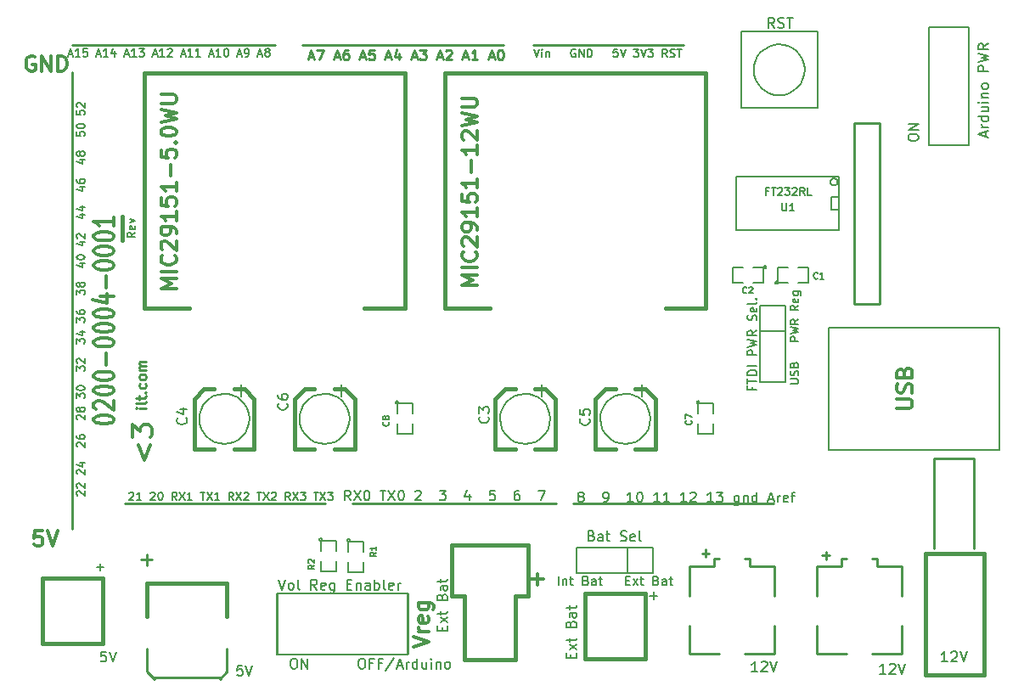
<source format=gto>
G04 (created by PCBNEW-RS274X (2011-nov-30)-testing) date Mon 11 Jun 2012 06:12:24 PM EDT*
%MOIN*%
G04 Gerber Fmt 3.4, Leading zero omitted, Abs format*
%FSLAX34Y34*%
G01*
G70*
G90*
G04 APERTURE LIST*
%ADD10C,0.006*%
%ADD11C,0.012*%
%ADD12C,0.0098*%
%ADD13C,0.0079*%
%ADD14C,0.015*%
%ADD15C,0.0109*%
%ADD16C,0.011*%
%ADD17C,0.005*%
%ADD18C,0.0078*%
%ADD19C,0.0097*%
%ADD20C,0.0069*%
%ADD21C,0.0062*%
%ADD22C,0.008*%
G04 APERTURE END LIST*
G54D10*
G54D11*
X5226Y9688D02*
X5451Y9088D01*
X5676Y9688D01*
X4964Y9987D02*
X4964Y10475D01*
X5264Y10212D01*
X5264Y10325D01*
X5301Y10400D01*
X5339Y10437D01*
X5414Y10475D01*
X5601Y10475D01*
X5676Y10437D01*
X5714Y10400D01*
X5751Y10325D01*
X5751Y10100D01*
X5714Y10025D01*
X5676Y9987D01*
G54D12*
X5513Y11130D02*
X5251Y11130D01*
X5120Y11130D02*
X5138Y11111D01*
X5157Y11130D01*
X5138Y11148D01*
X5120Y11130D01*
X5157Y11130D01*
X5513Y11373D02*
X5494Y11335D01*
X5456Y11317D01*
X5120Y11317D01*
X5251Y11466D02*
X5251Y11616D01*
X5120Y11523D02*
X5456Y11523D01*
X5494Y11541D01*
X5513Y11579D01*
X5513Y11616D01*
X5475Y11748D02*
X5494Y11766D01*
X5513Y11748D01*
X5494Y11729D01*
X5475Y11748D01*
X5513Y11748D01*
X5494Y12103D02*
X5513Y12066D01*
X5513Y11991D01*
X5494Y11953D01*
X5475Y11935D01*
X5438Y11916D01*
X5325Y11916D01*
X5288Y11935D01*
X5269Y11953D01*
X5251Y11991D01*
X5251Y12066D01*
X5269Y12103D01*
X5513Y12328D02*
X5494Y12290D01*
X5475Y12272D01*
X5438Y12253D01*
X5325Y12253D01*
X5288Y12272D01*
X5269Y12290D01*
X5251Y12328D01*
X5251Y12384D01*
X5269Y12421D01*
X5288Y12440D01*
X5325Y12459D01*
X5438Y12459D01*
X5475Y12440D01*
X5494Y12421D01*
X5513Y12384D01*
X5513Y12328D01*
X5513Y12628D02*
X5251Y12628D01*
X5288Y12628D02*
X5269Y12646D01*
X5251Y12684D01*
X5251Y12740D01*
X5269Y12777D01*
X5307Y12796D01*
X5513Y12796D01*
X5307Y12796D02*
X5269Y12815D01*
X5251Y12852D01*
X5251Y12908D01*
X5269Y12946D01*
X5307Y12964D01*
X5513Y12964D01*
G54D13*
X5088Y18032D02*
X4939Y17928D01*
X5088Y17853D02*
X4774Y17853D01*
X4774Y17972D01*
X4789Y18002D01*
X4804Y18017D01*
X4834Y18032D01*
X4879Y18032D01*
X4909Y18017D01*
X4924Y18002D01*
X4939Y17972D01*
X4939Y17853D01*
X5073Y18286D02*
X5088Y18256D01*
X5088Y18197D01*
X5073Y18167D01*
X5043Y18152D01*
X4924Y18152D01*
X4894Y18167D01*
X4879Y18197D01*
X4879Y18256D01*
X4894Y18286D01*
X4924Y18301D01*
X4954Y18301D01*
X4983Y18152D01*
X4879Y18406D02*
X5088Y18481D01*
X4879Y18555D01*
G54D14*
X4567Y18661D02*
X4567Y17716D01*
G54D11*
X3461Y10655D02*
X3461Y10712D01*
X3499Y10769D01*
X3537Y10798D01*
X3613Y10827D01*
X3766Y10855D01*
X3956Y10855D01*
X4108Y10827D01*
X4185Y10798D01*
X4223Y10769D01*
X4261Y10712D01*
X4261Y10655D01*
X4223Y10598D01*
X4185Y10569D01*
X4108Y10541D01*
X3956Y10512D01*
X3766Y10512D01*
X3613Y10541D01*
X3537Y10569D01*
X3499Y10598D01*
X3461Y10655D01*
X3537Y11083D02*
X3499Y11112D01*
X3461Y11169D01*
X3461Y11312D01*
X3499Y11369D01*
X3537Y11398D01*
X3613Y11426D01*
X3689Y11426D01*
X3804Y11398D01*
X4261Y11055D01*
X4261Y11426D01*
X3461Y11797D02*
X3461Y11854D01*
X3499Y11911D01*
X3537Y11940D01*
X3613Y11969D01*
X3766Y11997D01*
X3956Y11997D01*
X4108Y11969D01*
X4185Y11940D01*
X4223Y11911D01*
X4261Y11854D01*
X4261Y11797D01*
X4223Y11740D01*
X4185Y11711D01*
X4108Y11683D01*
X3956Y11654D01*
X3766Y11654D01*
X3613Y11683D01*
X3537Y11711D01*
X3499Y11740D01*
X3461Y11797D01*
X3461Y12368D02*
X3461Y12425D01*
X3499Y12482D01*
X3537Y12511D01*
X3613Y12540D01*
X3766Y12568D01*
X3956Y12568D01*
X4108Y12540D01*
X4185Y12511D01*
X4223Y12482D01*
X4261Y12425D01*
X4261Y12368D01*
X4223Y12311D01*
X4185Y12282D01*
X4108Y12254D01*
X3956Y12225D01*
X3766Y12225D01*
X3613Y12254D01*
X3537Y12282D01*
X3499Y12311D01*
X3461Y12368D01*
X3956Y12825D02*
X3956Y13282D01*
X3461Y13682D02*
X3461Y13739D01*
X3499Y13796D01*
X3537Y13825D01*
X3613Y13854D01*
X3766Y13882D01*
X3956Y13882D01*
X4108Y13854D01*
X4185Y13825D01*
X4223Y13796D01*
X4261Y13739D01*
X4261Y13682D01*
X4223Y13625D01*
X4185Y13596D01*
X4108Y13568D01*
X3956Y13539D01*
X3766Y13539D01*
X3613Y13568D01*
X3537Y13596D01*
X3499Y13625D01*
X3461Y13682D01*
X3461Y14253D02*
X3461Y14310D01*
X3499Y14367D01*
X3537Y14396D01*
X3613Y14425D01*
X3766Y14453D01*
X3956Y14453D01*
X4108Y14425D01*
X4185Y14396D01*
X4223Y14367D01*
X4261Y14310D01*
X4261Y14253D01*
X4223Y14196D01*
X4185Y14167D01*
X4108Y14139D01*
X3956Y14110D01*
X3766Y14110D01*
X3613Y14139D01*
X3537Y14167D01*
X3499Y14196D01*
X3461Y14253D01*
X3461Y14824D02*
X3461Y14881D01*
X3499Y14938D01*
X3537Y14967D01*
X3613Y14996D01*
X3766Y15024D01*
X3956Y15024D01*
X4108Y14996D01*
X4185Y14967D01*
X4223Y14938D01*
X4261Y14881D01*
X4261Y14824D01*
X4223Y14767D01*
X4185Y14738D01*
X4108Y14710D01*
X3956Y14681D01*
X3766Y14681D01*
X3613Y14710D01*
X3537Y14738D01*
X3499Y14767D01*
X3461Y14824D01*
X3727Y15538D02*
X4261Y15538D01*
X3423Y15395D02*
X3994Y15252D01*
X3994Y15624D01*
X3956Y15852D02*
X3956Y16309D01*
X3461Y16709D02*
X3461Y16766D01*
X3499Y16823D01*
X3537Y16852D01*
X3613Y16881D01*
X3766Y16909D01*
X3956Y16909D01*
X4108Y16881D01*
X4185Y16852D01*
X4223Y16823D01*
X4261Y16766D01*
X4261Y16709D01*
X4223Y16652D01*
X4185Y16623D01*
X4108Y16595D01*
X3956Y16566D01*
X3766Y16566D01*
X3613Y16595D01*
X3537Y16623D01*
X3499Y16652D01*
X3461Y16709D01*
X3461Y17280D02*
X3461Y17337D01*
X3499Y17394D01*
X3537Y17423D01*
X3613Y17452D01*
X3766Y17480D01*
X3956Y17480D01*
X4108Y17452D01*
X4185Y17423D01*
X4223Y17394D01*
X4261Y17337D01*
X4261Y17280D01*
X4223Y17223D01*
X4185Y17194D01*
X4108Y17166D01*
X3956Y17137D01*
X3766Y17137D01*
X3613Y17166D01*
X3537Y17194D01*
X3499Y17223D01*
X3461Y17280D01*
X3461Y17851D02*
X3461Y17908D01*
X3499Y17965D01*
X3537Y17994D01*
X3613Y18023D01*
X3766Y18051D01*
X3956Y18051D01*
X4108Y18023D01*
X4185Y17994D01*
X4223Y17965D01*
X4261Y17908D01*
X4261Y17851D01*
X4223Y17794D01*
X4185Y17765D01*
X4108Y17737D01*
X3956Y17708D01*
X3766Y17708D01*
X3613Y17737D01*
X3537Y17765D01*
X3499Y17794D01*
X3461Y17851D01*
X4261Y18622D02*
X4261Y18279D01*
X4261Y18451D02*
X3461Y18451D01*
X3575Y18394D01*
X3651Y18336D01*
X3689Y18279D01*
G54D15*
X15777Y1484D02*
X15777Y3846D01*
X10659Y3846D02*
X10659Y1484D01*
G54D13*
X15773Y1465D02*
X10663Y1465D01*
X10663Y3865D02*
X15773Y3865D01*
G54D15*
X38005Y5627D02*
X38005Y9171D01*
X38005Y9171D02*
X36431Y9171D01*
X36431Y9171D02*
X36431Y5627D01*
G54D14*
X38399Y5430D02*
X36116Y5430D01*
X38399Y5391D02*
X38399Y667D01*
X38399Y667D02*
X36116Y667D01*
X36116Y667D02*
X36116Y5430D01*
X38399Y1651D02*
X38399Y4604D01*
X36116Y5430D02*
X36116Y745D01*
X36115Y4643D02*
X36115Y1218D01*
G54D15*
X5307Y5200D02*
X5740Y5200D01*
X5543Y5396D02*
X5543Y4963D01*
X8398Y495D02*
X8693Y790D01*
X5839Y495D02*
X5544Y790D01*
X5544Y791D02*
X5544Y1676D01*
X5839Y554D02*
X8397Y554D01*
X8692Y791D02*
X8692Y1676D01*
X8693Y1676D02*
X8693Y1578D01*
G54D14*
X5544Y2965D02*
X5544Y4264D01*
X5544Y4264D02*
X8692Y4264D01*
X8692Y4264D02*
X8692Y2965D01*
X22362Y24292D02*
X27480Y24292D01*
X27480Y24292D02*
X27480Y15040D01*
X27480Y15040D02*
X25905Y15040D01*
X22362Y24292D02*
X17244Y24292D01*
X17244Y24292D02*
X17244Y15040D01*
X17244Y15040D02*
X18819Y15040D01*
X18819Y15040D02*
X19016Y15040D01*
G54D15*
X29010Y1492D02*
X30191Y1492D01*
X30191Y1492D02*
X30191Y2574D01*
X26845Y2574D02*
X26845Y1492D01*
X26845Y1492D02*
X28026Y1492D01*
X29010Y5232D02*
X29207Y5232D01*
X29207Y5232D02*
X29207Y4937D01*
X29207Y4937D02*
X30191Y4937D01*
X30191Y4937D02*
X30191Y3756D01*
X26845Y3756D02*
X26845Y4937D01*
X26845Y4937D02*
X27829Y4937D01*
X27829Y4937D02*
X27829Y5232D01*
X27829Y5232D02*
X28026Y5232D01*
G54D16*
X33326Y15222D02*
X34310Y15222D01*
G54D15*
X34310Y15223D02*
X34310Y22307D01*
G54D16*
X34310Y22307D02*
X33326Y22307D01*
G54D15*
X33326Y22307D02*
X33326Y15223D01*
G54D10*
X37805Y21443D02*
X36231Y21443D01*
X36231Y21443D02*
X36231Y26087D01*
X36231Y26087D02*
X37805Y26087D01*
X37805Y26087D02*
X37805Y21443D01*
G54D15*
X19531Y25398D02*
X11657Y25398D01*
X26618Y25398D02*
X20712Y25398D01*
X2602Y25398D02*
X10575Y25398D01*
X2602Y6402D02*
X2602Y24315D01*
X12543Y7386D02*
X4669Y7386D01*
X21598Y7386D02*
X13626Y7386D01*
X30161Y7386D02*
X22287Y7386D01*
G54D14*
X22737Y3846D02*
X22737Y1287D01*
X22737Y1287D02*
X25099Y1287D01*
X25099Y1287D02*
X25099Y3846D01*
X25099Y3846D02*
X22737Y3846D01*
X20018Y1265D02*
X20018Y3765D01*
X20018Y3765D02*
X20518Y3765D01*
X20518Y3765D02*
X20518Y5765D01*
X20518Y5765D02*
X17518Y5765D01*
X17518Y5765D02*
X17518Y3765D01*
X17518Y3765D02*
X18018Y3765D01*
X18018Y3765D02*
X18018Y1265D01*
X18018Y1265D02*
X20018Y1265D01*
G54D17*
X39010Y9490D02*
X39010Y14290D01*
X39010Y14290D02*
X32310Y14290D01*
X32310Y14290D02*
X32310Y9490D01*
X32310Y9490D02*
X39010Y9490D01*
X32659Y20015D02*
X32656Y19988D01*
X32648Y19962D01*
X32635Y19937D01*
X32618Y19916D01*
X32596Y19899D01*
X32572Y19886D01*
X32546Y19877D01*
X32518Y19875D01*
X32492Y19877D01*
X32466Y19885D01*
X32441Y19898D01*
X32420Y19915D01*
X32402Y19936D01*
X32389Y19960D01*
X32381Y19986D01*
X32378Y20014D01*
X32380Y20040D01*
X32387Y20066D01*
X32400Y20091D01*
X32417Y20112D01*
X32438Y20130D01*
X32462Y20144D01*
X32488Y20152D01*
X32516Y20155D01*
X32542Y20153D01*
X32568Y20146D01*
X32593Y20134D01*
X32615Y20117D01*
X32633Y20096D01*
X32646Y20072D01*
X32655Y20046D01*
X32658Y20018D01*
X32659Y20015D01*
X32718Y18915D02*
X32418Y18915D01*
X32418Y18915D02*
X32418Y19415D01*
X32418Y19415D02*
X32718Y19415D01*
X28668Y20215D02*
X32718Y20215D01*
X32718Y18115D02*
X28668Y18115D01*
X32718Y18115D02*
X32718Y20215D01*
X28668Y18115D02*
X28668Y20215D01*
G54D14*
X1437Y4446D02*
X1437Y1887D01*
X1437Y1887D02*
X3799Y1887D01*
X3799Y1887D02*
X3799Y4446D01*
X3799Y4446D02*
X1437Y4446D01*
G54D10*
X29618Y15165D02*
X30618Y15165D01*
X30618Y15165D02*
X30618Y12165D01*
X30618Y12165D02*
X29618Y12165D01*
X29618Y12165D02*
X29618Y15165D01*
X30618Y14165D02*
X29618Y14165D01*
G54D17*
X13509Y5946D02*
X13508Y5937D01*
X13505Y5927D01*
X13500Y5919D01*
X13494Y5911D01*
X13486Y5905D01*
X13478Y5900D01*
X13469Y5898D01*
X13459Y5897D01*
X13450Y5897D01*
X13441Y5900D01*
X13432Y5905D01*
X13425Y5911D01*
X13418Y5918D01*
X13414Y5927D01*
X13411Y5936D01*
X13410Y5946D01*
X13410Y5955D01*
X13413Y5964D01*
X13417Y5973D01*
X13424Y5980D01*
X13431Y5987D01*
X13439Y5991D01*
X13449Y5994D01*
X13458Y5995D01*
X13467Y5995D01*
X13477Y5992D01*
X13485Y5988D01*
X13493Y5982D01*
X13499Y5974D01*
X13504Y5966D01*
X13507Y5957D01*
X13508Y5947D01*
X13509Y5946D01*
X13459Y5496D02*
X13459Y5896D01*
X13459Y5896D02*
X14059Y5896D01*
X14059Y5896D02*
X14059Y5496D01*
X14059Y5096D02*
X14059Y4696D01*
X14059Y4696D02*
X13459Y4696D01*
X13459Y4696D02*
X13459Y5096D01*
X12416Y5975D02*
X12415Y5966D01*
X12412Y5956D01*
X12407Y5948D01*
X12401Y5940D01*
X12393Y5934D01*
X12385Y5929D01*
X12376Y5927D01*
X12366Y5926D01*
X12357Y5926D01*
X12348Y5929D01*
X12339Y5934D01*
X12332Y5940D01*
X12325Y5947D01*
X12321Y5956D01*
X12318Y5965D01*
X12317Y5975D01*
X12317Y5984D01*
X12320Y5993D01*
X12324Y6002D01*
X12331Y6009D01*
X12338Y6016D01*
X12346Y6020D01*
X12356Y6023D01*
X12365Y6024D01*
X12374Y6024D01*
X12384Y6021D01*
X12392Y6017D01*
X12400Y6011D01*
X12406Y6003D01*
X12411Y5995D01*
X12414Y5986D01*
X12415Y5976D01*
X12416Y5975D01*
X12366Y5525D02*
X12366Y5925D01*
X12366Y5925D02*
X12966Y5925D01*
X12966Y5925D02*
X12966Y5525D01*
X12966Y5125D02*
X12966Y4725D01*
X12966Y4725D02*
X12366Y4725D01*
X12366Y4725D02*
X12366Y5125D01*
G54D10*
X25418Y5665D02*
X25418Y4665D01*
X25418Y4665D02*
X22418Y4665D01*
X22418Y4665D02*
X22418Y5665D01*
X22418Y5665D02*
X25418Y5665D01*
X24418Y4665D02*
X24418Y5665D01*
G54D14*
X19999Y11891D02*
X19606Y11891D01*
X19606Y11891D02*
X19212Y11497D01*
X19212Y11497D02*
X19212Y9529D01*
X19212Y9529D02*
X19999Y9529D01*
X20787Y9529D02*
X21574Y9529D01*
X21574Y9529D02*
X21574Y11497D01*
X21574Y11497D02*
X21180Y11891D01*
X21180Y11891D02*
X20787Y11891D01*
G54D18*
X21377Y10710D02*
X21358Y10519D01*
X21302Y10336D01*
X21212Y10166D01*
X21091Y10017D01*
X20943Y9895D01*
X20774Y9803D01*
X20590Y9747D01*
X20399Y9727D01*
X20209Y9744D01*
X20025Y9798D01*
X19855Y9887D01*
X19705Y10007D01*
X19582Y10155D01*
X19489Y10323D01*
X19431Y10506D01*
X19410Y10697D01*
X19426Y10887D01*
X19479Y11072D01*
X19566Y11243D01*
X19686Y11393D01*
X19832Y11518D01*
X20000Y11611D01*
X20182Y11671D01*
X20373Y11693D01*
X20563Y11679D01*
X20748Y11627D01*
X20920Y11540D01*
X21071Y11422D01*
X21197Y11277D01*
X21291Y11110D01*
X21352Y10928D01*
X21376Y10737D01*
X21377Y10710D01*
G54D14*
X8188Y11891D02*
X7795Y11891D01*
X7795Y11891D02*
X7401Y11497D01*
X7401Y11497D02*
X7401Y9529D01*
X7401Y9529D02*
X8188Y9529D01*
X8976Y9529D02*
X9763Y9529D01*
X9763Y9529D02*
X9763Y11497D01*
X9763Y11497D02*
X9369Y11891D01*
X9369Y11891D02*
X8976Y11891D01*
G54D18*
X9566Y10710D02*
X9547Y10519D01*
X9491Y10336D01*
X9401Y10166D01*
X9280Y10017D01*
X9132Y9895D01*
X8963Y9803D01*
X8779Y9747D01*
X8588Y9727D01*
X8398Y9744D01*
X8214Y9798D01*
X8044Y9887D01*
X7894Y10007D01*
X7771Y10155D01*
X7678Y10323D01*
X7620Y10506D01*
X7599Y10697D01*
X7615Y10887D01*
X7668Y11072D01*
X7755Y11243D01*
X7875Y11393D01*
X8021Y11518D01*
X8189Y11611D01*
X8371Y11671D01*
X8562Y11693D01*
X8752Y11679D01*
X8937Y11627D01*
X9109Y11540D01*
X9260Y11422D01*
X9386Y11277D01*
X9480Y11110D01*
X9541Y10928D01*
X9565Y10737D01*
X9566Y10710D01*
G54D17*
X15419Y11360D02*
X15418Y11351D01*
X15415Y11341D01*
X15410Y11333D01*
X15404Y11325D01*
X15396Y11319D01*
X15388Y11314D01*
X15379Y11312D01*
X15369Y11311D01*
X15360Y11311D01*
X15351Y11314D01*
X15342Y11319D01*
X15335Y11325D01*
X15328Y11332D01*
X15324Y11341D01*
X15321Y11350D01*
X15320Y11360D01*
X15320Y11369D01*
X15323Y11378D01*
X15327Y11387D01*
X15334Y11394D01*
X15341Y11401D01*
X15349Y11405D01*
X15359Y11408D01*
X15368Y11409D01*
X15377Y11409D01*
X15387Y11406D01*
X15395Y11402D01*
X15403Y11396D01*
X15409Y11388D01*
X15414Y11380D01*
X15417Y11371D01*
X15418Y11361D01*
X15419Y11360D01*
X15369Y10910D02*
X15369Y11310D01*
X15369Y11310D02*
X15969Y11310D01*
X15969Y11310D02*
X15969Y10910D01*
X15969Y10510D02*
X15969Y10110D01*
X15969Y10110D02*
X15369Y10110D01*
X15369Y10110D02*
X15369Y10510D01*
X29858Y16665D02*
X29857Y16656D01*
X29854Y16646D01*
X29849Y16638D01*
X29843Y16630D01*
X29835Y16624D01*
X29827Y16619D01*
X29818Y16617D01*
X29808Y16616D01*
X29799Y16616D01*
X29790Y16619D01*
X29781Y16624D01*
X29774Y16630D01*
X29767Y16637D01*
X29763Y16646D01*
X29760Y16655D01*
X29759Y16665D01*
X29759Y16674D01*
X29762Y16683D01*
X29766Y16692D01*
X29773Y16699D01*
X29780Y16706D01*
X29788Y16710D01*
X29798Y16713D01*
X29807Y16714D01*
X29816Y16714D01*
X29826Y16711D01*
X29834Y16707D01*
X29842Y16701D01*
X29848Y16693D01*
X29853Y16685D01*
X29856Y16676D01*
X29857Y16666D01*
X29858Y16665D01*
X29358Y16665D02*
X29758Y16665D01*
X29758Y16665D02*
X29758Y16065D01*
X29758Y16065D02*
X29358Y16065D01*
X28958Y16065D02*
X28558Y16065D01*
X28558Y16065D02*
X28558Y16665D01*
X28558Y16665D02*
X28958Y16665D01*
X30318Y16065D02*
X30317Y16056D01*
X30314Y16046D01*
X30309Y16038D01*
X30303Y16030D01*
X30295Y16024D01*
X30287Y16019D01*
X30278Y16017D01*
X30268Y16016D01*
X30259Y16016D01*
X30250Y16019D01*
X30241Y16024D01*
X30234Y16030D01*
X30227Y16037D01*
X30223Y16046D01*
X30220Y16055D01*
X30219Y16065D01*
X30219Y16074D01*
X30222Y16083D01*
X30226Y16092D01*
X30233Y16099D01*
X30240Y16106D01*
X30248Y16110D01*
X30258Y16113D01*
X30267Y16114D01*
X30276Y16114D01*
X30286Y16111D01*
X30294Y16107D01*
X30302Y16101D01*
X30308Y16093D01*
X30313Y16085D01*
X30316Y16076D01*
X30317Y16066D01*
X30318Y16065D01*
X30718Y16065D02*
X30318Y16065D01*
X30318Y16065D02*
X30318Y16665D01*
X30318Y16665D02*
X30718Y16665D01*
X31118Y16665D02*
X31518Y16665D01*
X31518Y16665D02*
X31518Y16065D01*
X31518Y16065D02*
X31118Y16065D01*
G54D14*
X12125Y11891D02*
X11732Y11891D01*
X11732Y11891D02*
X11338Y11497D01*
X11338Y11497D02*
X11338Y9529D01*
X11338Y9529D02*
X12125Y9529D01*
X12913Y9529D02*
X13700Y9529D01*
X13700Y9529D02*
X13700Y11497D01*
X13700Y11497D02*
X13306Y11891D01*
X13306Y11891D02*
X12913Y11891D01*
G54D18*
X13503Y10710D02*
X13484Y10519D01*
X13428Y10336D01*
X13338Y10166D01*
X13217Y10017D01*
X13069Y9895D01*
X12900Y9803D01*
X12716Y9747D01*
X12525Y9727D01*
X12335Y9744D01*
X12151Y9798D01*
X11981Y9887D01*
X11831Y10007D01*
X11708Y10155D01*
X11615Y10323D01*
X11557Y10506D01*
X11536Y10697D01*
X11552Y10887D01*
X11605Y11072D01*
X11692Y11243D01*
X11812Y11393D01*
X11958Y11518D01*
X12126Y11611D01*
X12308Y11671D01*
X12499Y11693D01*
X12689Y11679D01*
X12874Y11627D01*
X13046Y11540D01*
X13197Y11422D01*
X13323Y11277D01*
X13417Y11110D01*
X13478Y10928D01*
X13502Y10737D01*
X13503Y10710D01*
G54D17*
X31368Y24415D02*
X31348Y24221D01*
X31292Y24034D01*
X31200Y23862D01*
X31077Y23711D01*
X30927Y23586D01*
X30755Y23494D01*
X30569Y23436D01*
X30374Y23416D01*
X30181Y23433D01*
X29994Y23488D01*
X29821Y23579D01*
X29669Y23701D01*
X29543Y23851D01*
X29449Y24022D01*
X29390Y24208D01*
X29369Y24402D01*
X29385Y24595D01*
X29439Y24783D01*
X29528Y24956D01*
X29649Y25109D01*
X29798Y25236D01*
X29968Y25331D01*
X30154Y25391D01*
X30348Y25414D01*
X30541Y25399D01*
X30729Y25347D01*
X30903Y25259D01*
X31057Y25139D01*
X31185Y24991D01*
X31281Y24821D01*
X31343Y24636D01*
X31367Y24442D01*
X31368Y24415D01*
X31868Y22915D02*
X28868Y22915D01*
X28868Y22915D02*
X28868Y25915D01*
X28868Y25915D02*
X31868Y25915D01*
X31868Y22915D02*
X31868Y25915D01*
G54D14*
X23936Y11891D02*
X23543Y11891D01*
X23543Y11891D02*
X23149Y11497D01*
X23149Y11497D02*
X23149Y9529D01*
X23149Y9529D02*
X23936Y9529D01*
X24724Y9529D02*
X25511Y9529D01*
X25511Y9529D02*
X25511Y11497D01*
X25511Y11497D02*
X25117Y11891D01*
X25117Y11891D02*
X24724Y11891D01*
G54D18*
X25314Y10710D02*
X25295Y10519D01*
X25239Y10336D01*
X25149Y10166D01*
X25028Y10017D01*
X24880Y9895D01*
X24711Y9803D01*
X24527Y9747D01*
X24336Y9727D01*
X24146Y9744D01*
X23962Y9798D01*
X23792Y9887D01*
X23642Y10007D01*
X23519Y10155D01*
X23426Y10323D01*
X23368Y10506D01*
X23347Y10697D01*
X23363Y10887D01*
X23416Y11072D01*
X23503Y11243D01*
X23623Y11393D01*
X23769Y11518D01*
X23937Y11611D01*
X24119Y11671D01*
X24310Y11693D01*
X24500Y11679D01*
X24685Y11627D01*
X24857Y11540D01*
X25008Y11422D01*
X25134Y11277D01*
X25228Y11110D01*
X25289Y10928D01*
X25313Y10737D01*
X25314Y10710D01*
G54D17*
X27230Y11360D02*
X27229Y11351D01*
X27226Y11341D01*
X27221Y11333D01*
X27215Y11325D01*
X27207Y11319D01*
X27199Y11314D01*
X27190Y11312D01*
X27180Y11311D01*
X27171Y11311D01*
X27162Y11314D01*
X27153Y11319D01*
X27146Y11325D01*
X27139Y11332D01*
X27135Y11341D01*
X27132Y11350D01*
X27131Y11360D01*
X27131Y11369D01*
X27134Y11378D01*
X27138Y11387D01*
X27145Y11394D01*
X27152Y11401D01*
X27160Y11405D01*
X27170Y11408D01*
X27179Y11409D01*
X27188Y11409D01*
X27198Y11406D01*
X27206Y11402D01*
X27214Y11396D01*
X27220Y11388D01*
X27225Y11380D01*
X27228Y11371D01*
X27229Y11361D01*
X27230Y11360D01*
X27180Y10910D02*
X27180Y11310D01*
X27180Y11310D02*
X27780Y11310D01*
X27780Y11310D02*
X27780Y10910D01*
X27780Y10510D02*
X27780Y10110D01*
X27780Y10110D02*
X27180Y10110D01*
X27180Y10110D02*
X27180Y10510D01*
G54D15*
X34010Y1492D02*
X35191Y1492D01*
X35191Y1492D02*
X35191Y2574D01*
X31845Y2574D02*
X31845Y1492D01*
X31845Y1492D02*
X33026Y1492D01*
X34010Y5232D02*
X34207Y5232D01*
X34207Y5232D02*
X34207Y4937D01*
X34207Y4937D02*
X35191Y4937D01*
X35191Y4937D02*
X35191Y3756D01*
X31845Y3756D02*
X31845Y4937D01*
X31845Y4937D02*
X32829Y4937D01*
X32829Y4937D02*
X32829Y5232D01*
X32829Y5232D02*
X33026Y5232D01*
G54D14*
X10550Y24292D02*
X15668Y24292D01*
X15668Y24292D02*
X15668Y15040D01*
X15668Y15040D02*
X14093Y15040D01*
X10550Y24292D02*
X5432Y24292D01*
X5432Y24292D02*
X5432Y15040D01*
X5432Y15040D02*
X7007Y15040D01*
X7007Y15040D02*
X7204Y15040D01*
G54D13*
X10717Y4403D02*
X10850Y4003D01*
X10984Y4403D01*
X11174Y4003D02*
X11136Y4022D01*
X11117Y4041D01*
X11098Y4079D01*
X11098Y4194D01*
X11117Y4232D01*
X11136Y4251D01*
X11174Y4270D01*
X11232Y4270D01*
X11270Y4251D01*
X11289Y4232D01*
X11308Y4194D01*
X11308Y4079D01*
X11289Y4041D01*
X11270Y4022D01*
X11232Y4003D01*
X11174Y4003D01*
X11536Y4003D02*
X11498Y4022D01*
X11479Y4060D01*
X11479Y4403D01*
X12223Y4003D02*
X12089Y4194D01*
X11994Y4003D02*
X11994Y4403D01*
X12147Y4403D01*
X12185Y4384D01*
X12204Y4365D01*
X12223Y4327D01*
X12223Y4270D01*
X12204Y4232D01*
X12185Y4213D01*
X12147Y4194D01*
X11994Y4194D01*
X12547Y4022D02*
X12509Y4003D01*
X12432Y4003D01*
X12394Y4022D01*
X12375Y4060D01*
X12375Y4213D01*
X12394Y4251D01*
X12432Y4270D01*
X12509Y4270D01*
X12547Y4251D01*
X12566Y4213D01*
X12566Y4175D01*
X12375Y4136D01*
X12909Y4270D02*
X12909Y3946D01*
X12890Y3908D01*
X12871Y3889D01*
X12832Y3870D01*
X12775Y3870D01*
X12737Y3889D01*
X12909Y4022D02*
X12871Y4003D01*
X12794Y4003D01*
X12756Y4022D01*
X12737Y4041D01*
X12718Y4079D01*
X12718Y4194D01*
X12737Y4232D01*
X12756Y4251D01*
X12794Y4270D01*
X12871Y4270D01*
X12909Y4251D01*
X13404Y4213D02*
X13538Y4213D01*
X13595Y4003D02*
X13404Y4003D01*
X13404Y4403D01*
X13595Y4403D01*
X13766Y4270D02*
X13766Y4003D01*
X13766Y4232D02*
X13785Y4251D01*
X13823Y4270D01*
X13881Y4270D01*
X13919Y4251D01*
X13938Y4213D01*
X13938Y4003D01*
X14300Y4003D02*
X14300Y4213D01*
X14281Y4251D01*
X14243Y4270D01*
X14166Y4270D01*
X14128Y4251D01*
X14300Y4022D02*
X14262Y4003D01*
X14166Y4003D01*
X14128Y4022D01*
X14109Y4060D01*
X14109Y4098D01*
X14128Y4136D01*
X14166Y4155D01*
X14262Y4155D01*
X14300Y4175D01*
X14490Y4003D02*
X14490Y4403D01*
X14490Y4251D02*
X14528Y4270D01*
X14605Y4270D01*
X14643Y4251D01*
X14662Y4232D01*
X14681Y4194D01*
X14681Y4079D01*
X14662Y4041D01*
X14643Y4022D01*
X14605Y4003D01*
X14528Y4003D01*
X14490Y4022D01*
X14909Y4003D02*
X14871Y4022D01*
X14852Y4060D01*
X14852Y4403D01*
X15215Y4022D02*
X15177Y4003D01*
X15100Y4003D01*
X15062Y4022D01*
X15043Y4060D01*
X15043Y4213D01*
X15062Y4251D01*
X15100Y4270D01*
X15177Y4270D01*
X15215Y4251D01*
X15234Y4213D01*
X15234Y4175D01*
X15043Y4136D01*
X15405Y4003D02*
X15405Y4270D01*
X15405Y4194D02*
X15424Y4232D01*
X15443Y4251D01*
X15481Y4270D01*
X15520Y4270D01*
X11279Y1303D02*
X11356Y1303D01*
X11394Y1284D01*
X11432Y1246D01*
X11451Y1170D01*
X11451Y1036D01*
X11432Y960D01*
X11394Y922D01*
X11356Y903D01*
X11279Y903D01*
X11241Y922D01*
X11203Y960D01*
X11184Y1036D01*
X11184Y1170D01*
X11203Y1246D01*
X11241Y1284D01*
X11279Y1303D01*
X11622Y903D02*
X11622Y1303D01*
X11851Y903D01*
X11851Y1303D01*
X13947Y1303D02*
X14024Y1303D01*
X14062Y1284D01*
X14100Y1246D01*
X14119Y1170D01*
X14119Y1036D01*
X14100Y960D01*
X14062Y922D01*
X14024Y903D01*
X13947Y903D01*
X13909Y922D01*
X13871Y960D01*
X13852Y1036D01*
X13852Y1170D01*
X13871Y1246D01*
X13909Y1284D01*
X13947Y1303D01*
X14424Y1113D02*
X14290Y1113D01*
X14290Y903D02*
X14290Y1303D01*
X14481Y1303D01*
X14767Y1113D02*
X14633Y1113D01*
X14633Y903D02*
X14633Y1303D01*
X14824Y1303D01*
X15262Y1322D02*
X14919Y808D01*
X15376Y1017D02*
X15567Y1017D01*
X15338Y903D02*
X15471Y1303D01*
X15605Y903D01*
X15738Y903D02*
X15738Y1170D01*
X15738Y1094D02*
X15757Y1132D01*
X15776Y1151D01*
X15814Y1170D01*
X15853Y1170D01*
X16158Y903D02*
X16158Y1303D01*
X16158Y922D02*
X16120Y903D01*
X16043Y903D01*
X16005Y922D01*
X15986Y941D01*
X15967Y979D01*
X15967Y1094D01*
X15986Y1132D01*
X16005Y1151D01*
X16043Y1170D01*
X16120Y1170D01*
X16158Y1151D01*
X16520Y1170D02*
X16520Y903D01*
X16348Y1170D02*
X16348Y960D01*
X16367Y922D01*
X16405Y903D01*
X16463Y903D01*
X16501Y922D01*
X16520Y941D01*
X16710Y903D02*
X16710Y1170D01*
X16710Y1303D02*
X16691Y1284D01*
X16710Y1265D01*
X16729Y1284D01*
X16710Y1303D01*
X16710Y1265D01*
X16900Y1170D02*
X16900Y903D01*
X16900Y1132D02*
X16919Y1151D01*
X16957Y1170D01*
X17015Y1170D01*
X17053Y1151D01*
X17072Y1113D01*
X17072Y903D01*
X17319Y903D02*
X17281Y922D01*
X17262Y941D01*
X17243Y979D01*
X17243Y1094D01*
X17262Y1132D01*
X17281Y1151D01*
X17319Y1170D01*
X17377Y1170D01*
X17415Y1151D01*
X17434Y1132D01*
X17453Y1094D01*
X17453Y979D01*
X17434Y941D01*
X17415Y922D01*
X17377Y903D01*
X17319Y903D01*
G54D11*
X16010Y1751D02*
X16610Y1951D01*
X16010Y2151D01*
X16610Y2351D02*
X16210Y2351D01*
X16324Y2351D02*
X16267Y2379D01*
X16238Y2408D01*
X16210Y2465D01*
X16210Y2522D01*
X16581Y2950D02*
X16610Y2893D01*
X16610Y2779D01*
X16581Y2722D01*
X16524Y2693D01*
X16296Y2693D01*
X16238Y2722D01*
X16210Y2779D01*
X16210Y2893D01*
X16238Y2950D01*
X16296Y2979D01*
X16353Y2979D01*
X16410Y2693D01*
X16210Y3493D02*
X16696Y3493D01*
X16753Y3464D01*
X16781Y3436D01*
X16810Y3379D01*
X16810Y3293D01*
X16781Y3236D01*
X16581Y3493D02*
X16610Y3436D01*
X16610Y3322D01*
X16581Y3264D01*
X16553Y3236D01*
X16496Y3207D01*
X16324Y3207D01*
X16267Y3236D01*
X16238Y3264D01*
X16210Y3322D01*
X16210Y3436D01*
X16238Y3493D01*
G54D17*
X36971Y1174D02*
X36742Y1174D01*
X36856Y1174D02*
X36856Y1574D01*
X36818Y1517D01*
X36780Y1479D01*
X36742Y1460D01*
X37123Y1536D02*
X37142Y1555D01*
X37180Y1574D01*
X37276Y1574D01*
X37314Y1555D01*
X37333Y1536D01*
X37352Y1498D01*
X37352Y1460D01*
X37333Y1403D01*
X37104Y1174D01*
X37352Y1174D01*
X37466Y1574D02*
X37599Y1174D01*
X37733Y1574D01*
G54D11*
G54D17*
X9294Y1025D02*
X9103Y1025D01*
X9084Y835D01*
X9103Y854D01*
X9141Y873D01*
X9237Y873D01*
X9275Y854D01*
X9294Y835D01*
X9313Y797D01*
X9313Y701D01*
X9294Y663D01*
X9275Y644D01*
X9237Y625D01*
X9141Y625D01*
X9103Y644D01*
X9084Y663D01*
X9427Y1025D02*
X9560Y625D01*
X9694Y1025D01*
G54D11*
X18511Y15956D02*
X17911Y15956D01*
X18339Y16156D01*
X17911Y16356D01*
X18511Y16356D01*
X18511Y16642D02*
X17911Y16642D01*
X18454Y17271D02*
X18482Y17242D01*
X18511Y17156D01*
X18511Y17099D01*
X18482Y17014D01*
X18425Y16956D01*
X18368Y16928D01*
X18254Y16899D01*
X18168Y16899D01*
X18054Y16928D01*
X17997Y16956D01*
X17939Y17014D01*
X17911Y17099D01*
X17911Y17156D01*
X17939Y17242D01*
X17968Y17271D01*
X17968Y17499D02*
X17939Y17528D01*
X17911Y17585D01*
X17911Y17728D01*
X17939Y17785D01*
X17968Y17814D01*
X18025Y17842D01*
X18082Y17842D01*
X18168Y17814D01*
X18511Y17471D01*
X18511Y17842D01*
X18511Y18127D02*
X18511Y18242D01*
X18482Y18299D01*
X18454Y18327D01*
X18368Y18385D01*
X18254Y18413D01*
X18025Y18413D01*
X17968Y18385D01*
X17939Y18356D01*
X17911Y18299D01*
X17911Y18185D01*
X17939Y18127D01*
X17968Y18099D01*
X18025Y18070D01*
X18168Y18070D01*
X18225Y18099D01*
X18254Y18127D01*
X18282Y18185D01*
X18282Y18299D01*
X18254Y18356D01*
X18225Y18385D01*
X18168Y18413D01*
X18511Y18984D02*
X18511Y18641D01*
X18511Y18813D02*
X17911Y18813D01*
X17997Y18756D01*
X18054Y18698D01*
X18082Y18641D01*
X17911Y19527D02*
X17911Y19241D01*
X18197Y19212D01*
X18168Y19241D01*
X18139Y19298D01*
X18139Y19441D01*
X18168Y19498D01*
X18197Y19527D01*
X18254Y19555D01*
X18397Y19555D01*
X18454Y19527D01*
X18482Y19498D01*
X18511Y19441D01*
X18511Y19298D01*
X18482Y19241D01*
X18454Y19212D01*
X18511Y20126D02*
X18511Y19783D01*
X18511Y19955D02*
X17911Y19955D01*
X17997Y19898D01*
X18054Y19840D01*
X18082Y19783D01*
X18282Y20383D02*
X18282Y20840D01*
X18511Y21440D02*
X18511Y21097D01*
X18511Y21269D02*
X17911Y21269D01*
X17997Y21212D01*
X18054Y21154D01*
X18082Y21097D01*
X17968Y21668D02*
X17939Y21697D01*
X17911Y21754D01*
X17911Y21897D01*
X17939Y21954D01*
X17968Y21983D01*
X18025Y22011D01*
X18082Y22011D01*
X18168Y21983D01*
X18511Y21640D01*
X18511Y22011D01*
X17911Y22211D02*
X18511Y22354D01*
X18082Y22468D01*
X18511Y22582D01*
X17911Y22725D01*
X17911Y22954D02*
X18397Y22954D01*
X18454Y22982D01*
X18482Y23011D01*
X18511Y23068D01*
X18511Y23182D01*
X18482Y23240D01*
X18454Y23268D01*
X18397Y23297D01*
X17911Y23297D01*
G54D17*
X29517Y783D02*
X29288Y783D01*
X29402Y783D02*
X29402Y1183D01*
X29364Y1126D01*
X29326Y1088D01*
X29288Y1069D01*
X29669Y1145D02*
X29688Y1164D01*
X29726Y1183D01*
X29822Y1183D01*
X29860Y1164D01*
X29879Y1145D01*
X29898Y1107D01*
X29898Y1069D01*
X29879Y1012D01*
X29650Y783D01*
X29898Y783D01*
X30012Y1183D02*
X30145Y783D01*
X30279Y1183D01*
G54D19*
X27331Y5424D02*
X27630Y5424D01*
X27480Y5274D02*
X27480Y5574D01*
G54D11*
G54D10*
X38473Y21803D02*
X38473Y21994D01*
X38587Y21765D02*
X38187Y21898D01*
X38587Y22032D01*
X38587Y22165D02*
X38320Y22165D01*
X38396Y22165D02*
X38358Y22184D01*
X38339Y22203D01*
X38320Y22241D01*
X38320Y22280D01*
X38587Y22585D02*
X38187Y22585D01*
X38568Y22585D02*
X38587Y22547D01*
X38587Y22470D01*
X38568Y22432D01*
X38549Y22413D01*
X38511Y22394D01*
X38396Y22394D01*
X38358Y22413D01*
X38339Y22432D01*
X38320Y22470D01*
X38320Y22547D01*
X38339Y22585D01*
X38320Y22947D02*
X38587Y22947D01*
X38320Y22775D02*
X38530Y22775D01*
X38568Y22794D01*
X38587Y22832D01*
X38587Y22890D01*
X38568Y22928D01*
X38549Y22947D01*
X38587Y23137D02*
X38320Y23137D01*
X38187Y23137D02*
X38206Y23118D01*
X38225Y23137D01*
X38206Y23156D01*
X38187Y23137D01*
X38225Y23137D01*
X38320Y23327D02*
X38587Y23327D01*
X38358Y23327D02*
X38339Y23346D01*
X38320Y23384D01*
X38320Y23442D01*
X38339Y23480D01*
X38377Y23499D01*
X38587Y23499D01*
X38587Y23746D02*
X38568Y23708D01*
X38549Y23689D01*
X38511Y23670D01*
X38396Y23670D01*
X38358Y23689D01*
X38339Y23708D01*
X38320Y23746D01*
X38320Y23804D01*
X38339Y23842D01*
X38358Y23861D01*
X38396Y23880D01*
X38511Y23880D01*
X38549Y23861D01*
X38568Y23842D01*
X38587Y23804D01*
X38587Y23746D01*
X38587Y24356D02*
X38187Y24356D01*
X38187Y24509D01*
X38206Y24547D01*
X38225Y24566D01*
X38263Y24585D01*
X38320Y24585D01*
X38358Y24566D01*
X38377Y24547D01*
X38396Y24509D01*
X38396Y24356D01*
X38187Y24718D02*
X38587Y24813D01*
X38301Y24890D01*
X38587Y24966D01*
X38187Y25061D01*
X38587Y25442D02*
X38396Y25308D01*
X38587Y25213D02*
X38187Y25213D01*
X38187Y25366D01*
X38206Y25404D01*
X38225Y25423D01*
X38263Y25442D01*
X38320Y25442D01*
X38358Y25423D01*
X38377Y25404D01*
X38396Y25366D01*
X38396Y25213D01*
X35431Y21720D02*
X35431Y21797D01*
X35450Y21835D01*
X35488Y21873D01*
X35564Y21892D01*
X35698Y21892D01*
X35774Y21873D01*
X35812Y21835D01*
X35831Y21797D01*
X35831Y21720D01*
X35812Y21682D01*
X35774Y21644D01*
X35698Y21625D01*
X35564Y21625D01*
X35488Y21644D01*
X35450Y21682D01*
X35431Y21720D01*
X35831Y22063D02*
X35431Y22063D01*
X35831Y22292D01*
X35431Y22292D01*
G54D20*
X20739Y25232D02*
X20844Y24918D01*
X20948Y25232D01*
X21053Y24918D02*
X21053Y25127D01*
X21053Y25232D02*
X21038Y25217D01*
X21053Y25202D01*
X21068Y25217D01*
X21053Y25232D01*
X21053Y25202D01*
X21203Y25127D02*
X21203Y24918D01*
X21203Y25097D02*
X21218Y25112D01*
X21248Y25127D01*
X21292Y25127D01*
X21322Y25112D01*
X21337Y25082D01*
X21337Y24918D01*
X22368Y25217D02*
X22338Y25232D01*
X22293Y25232D01*
X22249Y25217D01*
X22219Y25187D01*
X22204Y25157D01*
X22189Y25097D01*
X22189Y25052D01*
X22204Y24993D01*
X22219Y24963D01*
X22249Y24933D01*
X22293Y24918D01*
X22323Y24918D01*
X22368Y24933D01*
X22383Y24948D01*
X22383Y25052D01*
X22323Y25052D01*
X22518Y24918D02*
X22518Y25232D01*
X22697Y24918D01*
X22697Y25232D01*
X22847Y24918D02*
X22847Y25232D01*
X22922Y25232D01*
X22966Y25217D01*
X22996Y25187D01*
X23011Y25157D01*
X23026Y25097D01*
X23026Y25052D01*
X23011Y24993D01*
X22996Y24963D01*
X22966Y24933D01*
X22922Y24918D01*
X22847Y24918D01*
X24027Y25232D02*
X23878Y25232D01*
X23863Y25082D01*
X23878Y25097D01*
X23908Y25112D01*
X23982Y25112D01*
X24012Y25097D01*
X24027Y25082D01*
X24042Y25052D01*
X24042Y24978D01*
X24027Y24948D01*
X24012Y24933D01*
X23982Y24918D01*
X23908Y24918D01*
X23878Y24933D01*
X23863Y24948D01*
X24132Y25232D02*
X24237Y24918D01*
X24341Y25232D01*
X24655Y25232D02*
X24849Y25232D01*
X24745Y25112D01*
X24789Y25112D01*
X24819Y25097D01*
X24834Y25082D01*
X24849Y25052D01*
X24849Y24978D01*
X24834Y24948D01*
X24819Y24933D01*
X24789Y24918D01*
X24700Y24918D01*
X24670Y24933D01*
X24655Y24948D01*
X24939Y25232D02*
X25044Y24918D01*
X25148Y25232D01*
X25223Y25232D02*
X25417Y25232D01*
X25313Y25112D01*
X25357Y25112D01*
X25387Y25097D01*
X25402Y25082D01*
X25417Y25052D01*
X25417Y24978D01*
X25402Y24948D01*
X25387Y24933D01*
X25357Y24918D01*
X25268Y24918D01*
X25238Y24933D01*
X25223Y24948D01*
X25970Y24918D02*
X25866Y25067D01*
X25791Y24918D02*
X25791Y25232D01*
X25910Y25232D01*
X25940Y25217D01*
X25955Y25202D01*
X25970Y25172D01*
X25970Y25127D01*
X25955Y25097D01*
X25940Y25082D01*
X25910Y25067D01*
X25791Y25067D01*
X26090Y24933D02*
X26135Y24918D01*
X26209Y24918D01*
X26239Y24933D01*
X26254Y24948D01*
X26269Y24978D01*
X26269Y25008D01*
X26254Y25038D01*
X26239Y25052D01*
X26209Y25067D01*
X26150Y25082D01*
X26120Y25097D01*
X26105Y25112D01*
X26090Y25142D01*
X26090Y25172D01*
X26105Y25202D01*
X26120Y25217D01*
X26150Y25232D01*
X26224Y25232D01*
X26269Y25217D01*
X26359Y25232D02*
X26538Y25232D01*
X26449Y24918D02*
X26449Y25232D01*
G54D13*
X2473Y25028D02*
X2622Y25028D01*
X2443Y24938D02*
X2548Y25252D01*
X2652Y24938D01*
X2921Y24938D02*
X2742Y24938D01*
X2832Y24938D02*
X2832Y25252D01*
X2802Y25207D01*
X2772Y25177D01*
X2742Y25162D01*
X3205Y25252D02*
X3056Y25252D01*
X3041Y25102D01*
X3056Y25117D01*
X3086Y25132D01*
X3160Y25132D01*
X3190Y25117D01*
X3205Y25102D01*
X3220Y25072D01*
X3220Y24998D01*
X3205Y24968D01*
X3190Y24953D01*
X3160Y24938D01*
X3086Y24938D01*
X3056Y24953D01*
X3041Y24968D01*
X3579Y25028D02*
X3728Y25028D01*
X3549Y24938D02*
X3654Y25252D01*
X3758Y24938D01*
X4027Y24938D02*
X3848Y24938D01*
X3938Y24938D02*
X3938Y25252D01*
X3908Y25207D01*
X3878Y25177D01*
X3848Y25162D01*
X4296Y25147D02*
X4296Y24938D01*
X4222Y25267D02*
X4147Y25043D01*
X4341Y25043D01*
X4685Y25028D02*
X4834Y25028D01*
X4655Y24938D02*
X4760Y25252D01*
X4864Y24938D01*
X5133Y24938D02*
X4954Y24938D01*
X5044Y24938D02*
X5044Y25252D01*
X5014Y25207D01*
X4984Y25177D01*
X4954Y25162D01*
X5238Y25252D02*
X5432Y25252D01*
X5328Y25132D01*
X5372Y25132D01*
X5402Y25117D01*
X5417Y25102D01*
X5432Y25072D01*
X5432Y24998D01*
X5417Y24968D01*
X5402Y24953D01*
X5372Y24938D01*
X5283Y24938D01*
X5253Y24953D01*
X5238Y24968D01*
X5791Y25028D02*
X5940Y25028D01*
X5761Y24938D02*
X5866Y25252D01*
X5970Y24938D01*
X6239Y24938D02*
X6060Y24938D01*
X6150Y24938D02*
X6150Y25252D01*
X6120Y25207D01*
X6090Y25177D01*
X6060Y25162D01*
X6359Y25222D02*
X6374Y25237D01*
X6404Y25252D01*
X6478Y25252D01*
X6508Y25237D01*
X6523Y25222D01*
X6538Y25192D01*
X6538Y25162D01*
X6523Y25117D01*
X6344Y24938D01*
X6538Y24938D01*
X6897Y25028D02*
X7046Y25028D01*
X6867Y24938D02*
X6972Y25252D01*
X7076Y24938D01*
X7345Y24938D02*
X7166Y24938D01*
X7256Y24938D02*
X7256Y25252D01*
X7226Y25207D01*
X7196Y25177D01*
X7166Y25162D01*
X7644Y24938D02*
X7465Y24938D01*
X7555Y24938D02*
X7555Y25252D01*
X7525Y25207D01*
X7495Y25177D01*
X7465Y25162D01*
X8003Y25028D02*
X8152Y25028D01*
X7973Y24938D02*
X8078Y25252D01*
X8182Y24938D01*
X8451Y24938D02*
X8272Y24938D01*
X8362Y24938D02*
X8362Y25252D01*
X8332Y25207D01*
X8302Y25177D01*
X8272Y25162D01*
X8646Y25252D02*
X8675Y25252D01*
X8705Y25237D01*
X8720Y25222D01*
X8735Y25192D01*
X8750Y25132D01*
X8750Y25058D01*
X8735Y24998D01*
X8720Y24968D01*
X8705Y24953D01*
X8675Y24938D01*
X8646Y24938D01*
X8616Y24953D01*
X8601Y24968D01*
X8586Y24998D01*
X8571Y25058D01*
X8571Y25132D01*
X8586Y25192D01*
X8601Y25222D01*
X8616Y25237D01*
X8646Y25252D01*
X9109Y25028D02*
X9258Y25028D01*
X9079Y24938D02*
X9184Y25252D01*
X9288Y24938D01*
X9408Y24938D02*
X9468Y24938D01*
X9497Y24953D01*
X9512Y24968D01*
X9542Y25013D01*
X9557Y25072D01*
X9557Y25192D01*
X9542Y25222D01*
X9527Y25237D01*
X9497Y25252D01*
X9438Y25252D01*
X9408Y25237D01*
X9393Y25222D01*
X9378Y25192D01*
X9378Y25117D01*
X9393Y25087D01*
X9408Y25072D01*
X9438Y25058D01*
X9497Y25058D01*
X9527Y25072D01*
X9542Y25087D01*
X9557Y25117D01*
X9916Y25028D02*
X10065Y25028D01*
X9886Y24938D02*
X9991Y25252D01*
X10095Y24938D01*
X10245Y25117D02*
X10215Y25132D01*
X10200Y25147D01*
X10185Y25177D01*
X10185Y25192D01*
X10200Y25222D01*
X10215Y25237D01*
X10245Y25252D01*
X10304Y25252D01*
X10334Y25237D01*
X10349Y25222D01*
X10364Y25192D01*
X10364Y25177D01*
X10349Y25147D01*
X10334Y25132D01*
X10304Y25117D01*
X10245Y25117D01*
X10215Y25102D01*
X10200Y25087D01*
X10185Y25058D01*
X10185Y24998D01*
X10200Y24968D01*
X10215Y24953D01*
X10245Y24938D01*
X10304Y24938D01*
X10334Y24953D01*
X10349Y24968D01*
X10364Y24998D01*
X10364Y25058D01*
X10349Y25087D01*
X10334Y25102D01*
X10304Y25117D01*
G54D12*
X11903Y24919D02*
X12090Y24919D01*
X11865Y24806D02*
X11996Y25199D01*
X12127Y24806D01*
X12221Y25199D02*
X12483Y25199D01*
X12315Y24806D01*
X12913Y24919D02*
X13100Y24919D01*
X12875Y24806D02*
X13006Y25199D01*
X13137Y24806D01*
X13437Y25199D02*
X13362Y25199D01*
X13325Y25181D01*
X13306Y25162D01*
X13269Y25106D01*
X13250Y25031D01*
X13250Y24881D01*
X13269Y24844D01*
X13287Y24825D01*
X13325Y24806D01*
X13400Y24806D01*
X13437Y24825D01*
X13456Y24844D01*
X13474Y24881D01*
X13474Y24975D01*
X13456Y25012D01*
X13437Y25031D01*
X13400Y25050D01*
X13325Y25050D01*
X13287Y25031D01*
X13269Y25012D01*
X13250Y24975D01*
X13923Y24919D02*
X14110Y24919D01*
X13885Y24806D02*
X14016Y25199D01*
X14147Y24806D01*
X14466Y25199D02*
X14279Y25199D01*
X14260Y25012D01*
X14279Y25031D01*
X14316Y25050D01*
X14410Y25050D01*
X14447Y25031D01*
X14466Y25012D01*
X14484Y24975D01*
X14484Y24881D01*
X14466Y24844D01*
X14447Y24825D01*
X14410Y24806D01*
X14316Y24806D01*
X14279Y24825D01*
X14260Y24844D01*
X14933Y24919D02*
X15120Y24919D01*
X14895Y24806D02*
X15026Y25199D01*
X15157Y24806D01*
X15457Y25068D02*
X15457Y24806D01*
X15363Y25218D02*
X15270Y24937D01*
X15513Y24937D01*
X15943Y24919D02*
X16130Y24919D01*
X15905Y24806D02*
X16036Y25199D01*
X16167Y24806D01*
X16261Y25199D02*
X16504Y25199D01*
X16373Y25050D01*
X16430Y25050D01*
X16467Y25031D01*
X16486Y25012D01*
X16504Y24975D01*
X16504Y24881D01*
X16486Y24844D01*
X16467Y24825D01*
X16430Y24806D01*
X16317Y24806D01*
X16280Y24825D01*
X16261Y24844D01*
X16953Y24919D02*
X17140Y24919D01*
X16915Y24806D02*
X17046Y25199D01*
X17177Y24806D01*
X17290Y25162D02*
X17309Y25181D01*
X17346Y25199D01*
X17440Y25199D01*
X17477Y25181D01*
X17496Y25162D01*
X17514Y25125D01*
X17514Y25087D01*
X17496Y25031D01*
X17271Y24806D01*
X17514Y24806D01*
X17963Y24919D02*
X18150Y24919D01*
X17925Y24806D02*
X18056Y25199D01*
X18187Y24806D01*
X18524Y24806D02*
X18300Y24806D01*
X18412Y24806D02*
X18412Y25199D01*
X18375Y25143D01*
X18337Y25106D01*
X18300Y25087D01*
X18973Y24919D02*
X19160Y24919D01*
X18935Y24806D02*
X19066Y25199D01*
X19197Y24806D01*
X19403Y25199D02*
X19441Y25199D01*
X19478Y25181D01*
X19497Y25162D01*
X19516Y25125D01*
X19534Y25050D01*
X19534Y24956D01*
X19516Y24881D01*
X19497Y24844D01*
X19478Y24825D01*
X19441Y24806D01*
X19403Y24806D01*
X19366Y24825D01*
X19347Y24844D01*
X19329Y24881D01*
X19310Y24956D01*
X19310Y25050D01*
X19329Y25125D01*
X19347Y25162D01*
X19366Y25181D01*
X19403Y25199D01*
G54D11*
X1141Y24934D02*
X1084Y24962D01*
X998Y24962D01*
X913Y24934D01*
X855Y24876D01*
X827Y24819D01*
X798Y24705D01*
X798Y24619D01*
X827Y24505D01*
X855Y24448D01*
X913Y24391D01*
X998Y24362D01*
X1055Y24362D01*
X1141Y24391D01*
X1170Y24419D01*
X1170Y24619D01*
X1055Y24619D01*
X1427Y24362D02*
X1427Y24962D01*
X1770Y24362D01*
X1770Y24962D01*
X2056Y24362D02*
X2056Y24962D01*
X2199Y24962D01*
X2284Y24934D01*
X2342Y24876D01*
X2370Y24819D01*
X2399Y24705D01*
X2399Y24619D01*
X2370Y24505D01*
X2342Y24448D01*
X2284Y24391D01*
X2199Y24362D01*
X2056Y24362D01*
X1432Y6322D02*
X1146Y6322D01*
X1117Y6036D01*
X1146Y6065D01*
X1203Y6094D01*
X1346Y6094D01*
X1403Y6065D01*
X1432Y6036D01*
X1460Y5979D01*
X1460Y5836D01*
X1432Y5779D01*
X1403Y5751D01*
X1346Y5722D01*
X1203Y5722D01*
X1146Y5751D01*
X1117Y5779D01*
X1631Y6322D02*
X1831Y5722D01*
X2031Y6322D01*
G54D13*
X2825Y7702D02*
X2810Y7717D01*
X2795Y7747D01*
X2795Y7821D01*
X2810Y7851D01*
X2825Y7866D01*
X2855Y7881D01*
X2885Y7881D01*
X2930Y7866D01*
X3109Y7687D01*
X3109Y7881D01*
X2825Y8001D02*
X2810Y8016D01*
X2795Y8046D01*
X2795Y8120D01*
X2810Y8150D01*
X2825Y8165D01*
X2855Y8180D01*
X2885Y8180D01*
X2930Y8165D01*
X3109Y7986D01*
X3109Y8180D01*
X2825Y8539D02*
X2810Y8554D01*
X2795Y8584D01*
X2795Y8658D01*
X2810Y8688D01*
X2825Y8703D01*
X2855Y8718D01*
X2885Y8718D01*
X2930Y8703D01*
X3109Y8524D01*
X3109Y8718D01*
X2900Y8987D02*
X3109Y8987D01*
X2780Y8913D02*
X3004Y8838D01*
X3004Y9032D01*
X2825Y9615D02*
X2810Y9630D01*
X2795Y9660D01*
X2795Y9734D01*
X2810Y9764D01*
X2825Y9779D01*
X2855Y9794D01*
X2885Y9794D01*
X2930Y9779D01*
X3109Y9600D01*
X3109Y9794D01*
X2795Y10063D02*
X2795Y10004D01*
X2810Y9974D01*
X2825Y9959D01*
X2870Y9929D01*
X2930Y9914D01*
X3049Y9914D01*
X3079Y9929D01*
X3094Y9944D01*
X3109Y9974D01*
X3109Y10033D01*
X3094Y10063D01*
X3079Y10078D01*
X3049Y10093D01*
X2975Y10093D01*
X2945Y10078D01*
X2930Y10063D01*
X2915Y10033D01*
X2915Y9974D01*
X2930Y9944D01*
X2945Y9929D01*
X2975Y9914D01*
X2825Y10691D02*
X2810Y10706D01*
X2795Y10736D01*
X2795Y10810D01*
X2810Y10840D01*
X2825Y10855D01*
X2855Y10870D01*
X2885Y10870D01*
X2930Y10855D01*
X3109Y10676D01*
X3109Y10870D01*
X2930Y11050D02*
X2915Y11020D01*
X2900Y11005D01*
X2870Y10990D01*
X2855Y10990D01*
X2825Y11005D01*
X2810Y11020D01*
X2795Y11050D01*
X2795Y11109D01*
X2810Y11139D01*
X2825Y11154D01*
X2855Y11169D01*
X2870Y11169D01*
X2900Y11154D01*
X2915Y11139D01*
X2930Y11109D01*
X2930Y11050D01*
X2945Y11020D01*
X2960Y11005D01*
X2989Y10990D01*
X3049Y10990D01*
X3079Y11005D01*
X3094Y11020D01*
X3109Y11050D01*
X3109Y11109D01*
X3094Y11139D01*
X3079Y11154D01*
X3049Y11169D01*
X2989Y11169D01*
X2960Y11154D01*
X2945Y11139D01*
X2930Y11109D01*
X2795Y11513D02*
X2795Y11707D01*
X2915Y11603D01*
X2915Y11647D01*
X2930Y11677D01*
X2945Y11692D01*
X2975Y11707D01*
X3049Y11707D01*
X3079Y11692D01*
X3094Y11677D01*
X3109Y11647D01*
X3109Y11558D01*
X3094Y11528D01*
X3079Y11513D01*
X2795Y11902D02*
X2795Y11931D01*
X2810Y11961D01*
X2825Y11976D01*
X2855Y11991D01*
X2915Y12006D01*
X2989Y12006D01*
X3049Y11991D01*
X3079Y11976D01*
X3094Y11961D01*
X3109Y11931D01*
X3109Y11902D01*
X3094Y11872D01*
X3079Y11857D01*
X3049Y11842D01*
X2989Y11827D01*
X2915Y11827D01*
X2855Y11842D01*
X2825Y11857D01*
X2810Y11872D01*
X2795Y11902D01*
X2795Y12589D02*
X2795Y12783D01*
X2915Y12679D01*
X2915Y12723D01*
X2930Y12753D01*
X2945Y12768D01*
X2975Y12783D01*
X3049Y12783D01*
X3079Y12768D01*
X3094Y12753D01*
X3109Y12723D01*
X3109Y12634D01*
X3094Y12604D01*
X3079Y12589D01*
X2825Y12903D02*
X2810Y12918D01*
X2795Y12948D01*
X2795Y13022D01*
X2810Y13052D01*
X2825Y13067D01*
X2855Y13082D01*
X2885Y13082D01*
X2930Y13067D01*
X3109Y12888D01*
X3109Y13082D01*
X2795Y13665D02*
X2795Y13859D01*
X2915Y13755D01*
X2915Y13799D01*
X2930Y13829D01*
X2945Y13844D01*
X2975Y13859D01*
X3049Y13859D01*
X3079Y13844D01*
X3094Y13829D01*
X3109Y13799D01*
X3109Y13710D01*
X3094Y13680D01*
X3079Y13665D01*
X2900Y14128D02*
X3109Y14128D01*
X2780Y14054D02*
X3004Y13979D01*
X3004Y14173D01*
X2795Y14502D02*
X2795Y14696D01*
X2915Y14592D01*
X2915Y14636D01*
X2930Y14666D01*
X2945Y14681D01*
X2975Y14696D01*
X3049Y14696D01*
X3079Y14681D01*
X3094Y14666D01*
X3109Y14636D01*
X3109Y14547D01*
X3094Y14517D01*
X3079Y14502D01*
X2795Y14965D02*
X2795Y14906D01*
X2810Y14876D01*
X2825Y14861D01*
X2870Y14831D01*
X2930Y14816D01*
X3049Y14816D01*
X3079Y14831D01*
X3094Y14846D01*
X3109Y14876D01*
X3109Y14935D01*
X3094Y14965D01*
X3079Y14980D01*
X3049Y14995D01*
X2975Y14995D01*
X2945Y14980D01*
X2930Y14965D01*
X2915Y14935D01*
X2915Y14876D01*
X2930Y14846D01*
X2945Y14831D01*
X2975Y14816D01*
X2795Y15578D02*
X2795Y15772D01*
X2915Y15668D01*
X2915Y15712D01*
X2930Y15742D01*
X2945Y15757D01*
X2975Y15772D01*
X3049Y15772D01*
X3079Y15757D01*
X3094Y15742D01*
X3109Y15712D01*
X3109Y15623D01*
X3094Y15593D01*
X3079Y15578D01*
X2930Y15952D02*
X2915Y15922D01*
X2900Y15907D01*
X2870Y15892D01*
X2855Y15892D01*
X2825Y15907D01*
X2810Y15922D01*
X2795Y15952D01*
X2795Y16011D01*
X2810Y16041D01*
X2825Y16056D01*
X2855Y16071D01*
X2870Y16071D01*
X2900Y16056D01*
X2915Y16041D01*
X2930Y16011D01*
X2930Y15952D01*
X2945Y15922D01*
X2960Y15907D01*
X2989Y15892D01*
X3049Y15892D01*
X3079Y15907D01*
X3094Y15922D01*
X3109Y15952D01*
X3109Y16011D01*
X3094Y16041D01*
X3079Y16056D01*
X3049Y16071D01*
X2989Y16071D01*
X2960Y16056D01*
X2945Y16041D01*
X2930Y16011D01*
X2900Y16818D02*
X3109Y16818D01*
X2780Y16744D02*
X3004Y16669D01*
X3004Y16863D01*
X2795Y17043D02*
X2795Y17072D01*
X2810Y17102D01*
X2825Y17117D01*
X2855Y17132D01*
X2915Y17147D01*
X2989Y17147D01*
X3049Y17132D01*
X3079Y17117D01*
X3094Y17102D01*
X3109Y17072D01*
X3109Y17043D01*
X3094Y17013D01*
X3079Y16998D01*
X3049Y16983D01*
X2989Y16968D01*
X2915Y16968D01*
X2855Y16983D01*
X2825Y16998D01*
X2810Y17013D01*
X2795Y17043D01*
X2900Y17655D02*
X3109Y17655D01*
X2780Y17581D02*
X3004Y17506D01*
X3004Y17700D01*
X2825Y17805D02*
X2810Y17820D01*
X2795Y17850D01*
X2795Y17924D01*
X2810Y17954D01*
X2825Y17969D01*
X2855Y17984D01*
X2885Y17984D01*
X2930Y17969D01*
X3109Y17790D01*
X3109Y17984D01*
X2900Y18731D02*
X3109Y18731D01*
X2780Y18657D02*
X3004Y18582D01*
X3004Y18776D01*
X2900Y19030D02*
X3109Y19030D01*
X2780Y18956D02*
X3004Y18881D01*
X3004Y19075D01*
X2900Y19807D02*
X3109Y19807D01*
X2780Y19733D02*
X3004Y19658D01*
X3004Y19852D01*
X2795Y20106D02*
X2795Y20047D01*
X2810Y20017D01*
X2825Y20002D01*
X2870Y19972D01*
X2930Y19957D01*
X3049Y19957D01*
X3079Y19972D01*
X3094Y19987D01*
X3109Y20017D01*
X3109Y20076D01*
X3094Y20106D01*
X3079Y20121D01*
X3049Y20136D01*
X2975Y20136D01*
X2945Y20121D01*
X2930Y20106D01*
X2915Y20076D01*
X2915Y20017D01*
X2930Y19987D01*
X2945Y19972D01*
X2975Y19957D01*
X2900Y20883D02*
X3109Y20883D01*
X2780Y20809D02*
X3004Y20734D01*
X3004Y20928D01*
X2930Y21093D02*
X2915Y21063D01*
X2900Y21048D01*
X2870Y21033D01*
X2855Y21033D01*
X2825Y21048D01*
X2810Y21063D01*
X2795Y21093D01*
X2795Y21152D01*
X2810Y21182D01*
X2825Y21197D01*
X2855Y21212D01*
X2870Y21212D01*
X2900Y21197D01*
X2915Y21182D01*
X2930Y21152D01*
X2930Y21093D01*
X2945Y21063D01*
X2960Y21048D01*
X2989Y21033D01*
X3049Y21033D01*
X3079Y21048D01*
X3094Y21063D01*
X3109Y21093D01*
X3109Y21152D01*
X3094Y21182D01*
X3079Y21197D01*
X3049Y21212D01*
X2989Y21212D01*
X2960Y21197D01*
X2945Y21182D01*
X2930Y21152D01*
X2795Y21974D02*
X2795Y21825D01*
X2945Y21810D01*
X2930Y21825D01*
X2915Y21855D01*
X2915Y21929D01*
X2930Y21959D01*
X2945Y21974D01*
X2975Y21989D01*
X3049Y21989D01*
X3079Y21974D01*
X3094Y21959D01*
X3109Y21929D01*
X3109Y21855D01*
X3094Y21825D01*
X3079Y21810D01*
X2795Y22184D02*
X2795Y22213D01*
X2810Y22243D01*
X2825Y22258D01*
X2855Y22273D01*
X2915Y22288D01*
X2989Y22288D01*
X3049Y22273D01*
X3079Y22258D01*
X3094Y22243D01*
X3109Y22213D01*
X3109Y22184D01*
X3094Y22154D01*
X3079Y22139D01*
X3049Y22124D01*
X2989Y22109D01*
X2915Y22109D01*
X2855Y22124D01*
X2825Y22139D01*
X2810Y22154D01*
X2795Y22184D01*
X2795Y22811D02*
X2795Y22662D01*
X2945Y22647D01*
X2930Y22662D01*
X2915Y22692D01*
X2915Y22766D01*
X2930Y22796D01*
X2945Y22811D01*
X2975Y22826D01*
X3049Y22826D01*
X3079Y22811D01*
X3094Y22796D01*
X3109Y22766D01*
X3109Y22692D01*
X3094Y22662D01*
X3079Y22647D01*
X2825Y22946D02*
X2810Y22961D01*
X2795Y22991D01*
X2795Y23065D01*
X2810Y23095D01*
X2825Y23110D01*
X2855Y23125D01*
X2885Y23125D01*
X2930Y23110D01*
X3109Y22931D01*
X3109Y23125D01*
X4850Y7804D02*
X4865Y7819D01*
X4895Y7834D01*
X4969Y7834D01*
X4999Y7819D01*
X5014Y7804D01*
X5029Y7774D01*
X5029Y7744D01*
X5014Y7699D01*
X4835Y7520D01*
X5029Y7520D01*
X5328Y7520D02*
X5149Y7520D01*
X5239Y7520D02*
X5239Y7834D01*
X5209Y7789D01*
X5179Y7759D01*
X5149Y7744D01*
X5687Y7804D02*
X5702Y7819D01*
X5732Y7834D01*
X5806Y7834D01*
X5836Y7819D01*
X5851Y7804D01*
X5866Y7774D01*
X5866Y7744D01*
X5851Y7699D01*
X5672Y7520D01*
X5866Y7520D01*
X6061Y7834D02*
X6090Y7834D01*
X6120Y7819D01*
X6135Y7804D01*
X6150Y7774D01*
X6165Y7714D01*
X6165Y7640D01*
X6150Y7580D01*
X6135Y7550D01*
X6120Y7535D01*
X6090Y7520D01*
X6061Y7520D01*
X6031Y7535D01*
X6016Y7550D01*
X6001Y7580D01*
X5986Y7640D01*
X5986Y7714D01*
X6001Y7774D01*
X6016Y7804D01*
X6031Y7819D01*
X6061Y7834D01*
X6718Y7520D02*
X6614Y7669D01*
X6539Y7520D02*
X6539Y7834D01*
X6658Y7834D01*
X6688Y7819D01*
X6703Y7804D01*
X6718Y7774D01*
X6718Y7729D01*
X6703Y7699D01*
X6688Y7684D01*
X6658Y7669D01*
X6539Y7669D01*
X6823Y7834D02*
X7032Y7520D01*
X7032Y7834D02*
X6823Y7520D01*
X7316Y7520D02*
X7137Y7520D01*
X7227Y7520D02*
X7227Y7834D01*
X7197Y7789D01*
X7167Y7759D01*
X7137Y7744D01*
X7645Y7834D02*
X7824Y7834D01*
X7735Y7520D02*
X7735Y7834D01*
X7899Y7834D02*
X8108Y7520D01*
X8108Y7834D02*
X7899Y7520D01*
X8392Y7520D02*
X8213Y7520D01*
X8303Y7520D02*
X8303Y7834D01*
X8273Y7789D01*
X8243Y7759D01*
X8213Y7744D01*
X8945Y7520D02*
X8841Y7669D01*
X8766Y7520D02*
X8766Y7834D01*
X8885Y7834D01*
X8915Y7819D01*
X8930Y7804D01*
X8945Y7774D01*
X8945Y7729D01*
X8930Y7699D01*
X8915Y7684D01*
X8885Y7669D01*
X8766Y7669D01*
X9050Y7834D02*
X9259Y7520D01*
X9259Y7834D02*
X9050Y7520D01*
X9364Y7804D02*
X9379Y7819D01*
X9409Y7834D01*
X9483Y7834D01*
X9513Y7819D01*
X9528Y7804D01*
X9543Y7774D01*
X9543Y7744D01*
X9528Y7699D01*
X9349Y7520D01*
X9543Y7520D01*
X9872Y7834D02*
X10051Y7834D01*
X9962Y7520D02*
X9962Y7834D01*
X10126Y7834D02*
X10335Y7520D01*
X10335Y7834D02*
X10126Y7520D01*
X10440Y7804D02*
X10455Y7819D01*
X10485Y7834D01*
X10559Y7834D01*
X10589Y7819D01*
X10604Y7804D01*
X10619Y7774D01*
X10619Y7744D01*
X10604Y7699D01*
X10425Y7520D01*
X10619Y7520D01*
X11172Y7520D02*
X11068Y7669D01*
X10993Y7520D02*
X10993Y7834D01*
X11112Y7834D01*
X11142Y7819D01*
X11157Y7804D01*
X11172Y7774D01*
X11172Y7729D01*
X11157Y7699D01*
X11142Y7684D01*
X11112Y7669D01*
X10993Y7669D01*
X11277Y7834D02*
X11486Y7520D01*
X11486Y7834D02*
X11277Y7520D01*
X11576Y7834D02*
X11770Y7834D01*
X11666Y7714D01*
X11710Y7714D01*
X11740Y7699D01*
X11755Y7684D01*
X11770Y7654D01*
X11770Y7580D01*
X11755Y7550D01*
X11740Y7535D01*
X11710Y7520D01*
X11621Y7520D01*
X11591Y7535D01*
X11576Y7550D01*
X12099Y7834D02*
X12278Y7834D01*
X12189Y7520D02*
X12189Y7834D01*
X12353Y7834D02*
X12562Y7520D01*
X12562Y7834D02*
X12353Y7520D01*
X12652Y7834D02*
X12846Y7834D01*
X12742Y7714D01*
X12786Y7714D01*
X12816Y7699D01*
X12831Y7684D01*
X12846Y7654D01*
X12846Y7580D01*
X12831Y7550D01*
X12816Y7535D01*
X12786Y7520D01*
X12697Y7520D01*
X12667Y7535D01*
X12652Y7550D01*
X13547Y7508D02*
X13417Y7695D01*
X13323Y7508D02*
X13323Y7900D01*
X13473Y7900D01*
X13510Y7882D01*
X13529Y7863D01*
X13547Y7826D01*
X13547Y7770D01*
X13529Y7732D01*
X13510Y7714D01*
X13473Y7695D01*
X13323Y7695D01*
X13678Y7900D02*
X13939Y7508D01*
X13939Y7900D02*
X13678Y7508D01*
X14163Y7900D02*
X14200Y7900D01*
X14238Y7882D01*
X14256Y7863D01*
X14275Y7826D01*
X14294Y7751D01*
X14294Y7658D01*
X14275Y7583D01*
X14256Y7546D01*
X14238Y7527D01*
X14200Y7508D01*
X14163Y7508D01*
X14126Y7527D01*
X14107Y7546D01*
X14088Y7583D01*
X14070Y7658D01*
X14070Y7751D01*
X14088Y7826D01*
X14107Y7863D01*
X14126Y7882D01*
X14163Y7900D01*
X14704Y7900D02*
X14928Y7900D01*
X14816Y7508D02*
X14816Y7900D01*
X15022Y7900D02*
X15283Y7508D01*
X15283Y7900D02*
X15022Y7508D01*
X15507Y7900D02*
X15544Y7900D01*
X15582Y7882D01*
X15600Y7863D01*
X15619Y7826D01*
X15638Y7751D01*
X15638Y7658D01*
X15619Y7583D01*
X15600Y7546D01*
X15582Y7527D01*
X15544Y7508D01*
X15507Y7508D01*
X15470Y7527D01*
X15451Y7546D01*
X15432Y7583D01*
X15414Y7658D01*
X15414Y7751D01*
X15432Y7826D01*
X15451Y7863D01*
X15470Y7882D01*
X15507Y7900D01*
X16086Y7863D02*
X16104Y7882D01*
X16142Y7900D01*
X16235Y7900D01*
X16272Y7882D01*
X16291Y7863D01*
X16310Y7826D01*
X16310Y7788D01*
X16291Y7732D01*
X16067Y7508D01*
X16310Y7508D01*
X17038Y7900D02*
X17281Y7900D01*
X17150Y7751D01*
X17206Y7751D01*
X17243Y7732D01*
X17262Y7714D01*
X17281Y7676D01*
X17281Y7583D01*
X17262Y7546D01*
X17243Y7527D01*
X17206Y7508D01*
X17094Y7508D01*
X17057Y7527D01*
X17038Y7546D01*
X18214Y7770D02*
X18214Y7508D01*
X18121Y7919D02*
X18028Y7639D01*
X18270Y7639D01*
X19204Y7900D02*
X19017Y7900D01*
X18999Y7714D01*
X19017Y7732D01*
X19055Y7751D01*
X19148Y7751D01*
X19185Y7732D01*
X19204Y7714D01*
X19223Y7676D01*
X19223Y7583D01*
X19204Y7546D01*
X19185Y7527D01*
X19148Y7508D01*
X19055Y7508D01*
X19017Y7527D01*
X18999Y7546D01*
X20156Y7900D02*
X20082Y7900D01*
X20044Y7882D01*
X20026Y7863D01*
X19988Y7807D01*
X19970Y7732D01*
X19970Y7583D01*
X19988Y7546D01*
X20007Y7527D01*
X20044Y7508D01*
X20119Y7508D01*
X20156Y7527D01*
X20175Y7546D01*
X20194Y7583D01*
X20194Y7676D01*
X20175Y7714D01*
X20156Y7732D01*
X20119Y7751D01*
X20044Y7751D01*
X20007Y7732D01*
X19988Y7714D01*
X19970Y7676D01*
X20922Y7900D02*
X21183Y7900D01*
X21015Y7508D01*
X22550Y7664D02*
X22513Y7683D01*
X22494Y7702D01*
X22476Y7739D01*
X22476Y7758D01*
X22494Y7795D01*
X22513Y7814D01*
X22550Y7832D01*
X22625Y7832D01*
X22662Y7814D01*
X22681Y7795D01*
X22700Y7758D01*
X22700Y7739D01*
X22681Y7702D01*
X22662Y7683D01*
X22625Y7664D01*
X22550Y7664D01*
X22513Y7646D01*
X22494Y7627D01*
X22476Y7590D01*
X22476Y7515D01*
X22494Y7478D01*
X22513Y7459D01*
X22550Y7440D01*
X22625Y7440D01*
X22662Y7459D01*
X22681Y7478D01*
X22700Y7515D01*
X22700Y7590D01*
X22681Y7627D01*
X22662Y7646D01*
X22625Y7664D01*
X23484Y7440D02*
X23559Y7440D01*
X23596Y7459D01*
X23615Y7478D01*
X23652Y7534D01*
X23671Y7608D01*
X23671Y7758D01*
X23652Y7795D01*
X23633Y7814D01*
X23596Y7832D01*
X23521Y7832D01*
X23484Y7814D01*
X23465Y7795D01*
X23447Y7758D01*
X23447Y7664D01*
X23465Y7627D01*
X23484Y7608D01*
X23521Y7590D01*
X23596Y7590D01*
X23633Y7608D01*
X23652Y7627D01*
X23671Y7664D01*
X24642Y7440D02*
X24418Y7440D01*
X24530Y7440D02*
X24530Y7832D01*
X24492Y7776D01*
X24455Y7739D01*
X24418Y7720D01*
X24884Y7832D02*
X24921Y7832D01*
X24959Y7814D01*
X24977Y7795D01*
X24996Y7758D01*
X25015Y7683D01*
X25015Y7590D01*
X24996Y7515D01*
X24977Y7478D01*
X24959Y7459D01*
X24921Y7440D01*
X24884Y7440D01*
X24847Y7459D01*
X24828Y7478D01*
X24809Y7515D01*
X24791Y7590D01*
X24791Y7683D01*
X24809Y7758D01*
X24828Y7795D01*
X24847Y7814D01*
X24884Y7832D01*
X25687Y7440D02*
X25463Y7440D01*
X25575Y7440D02*
X25575Y7832D01*
X25537Y7776D01*
X25500Y7739D01*
X25463Y7720D01*
X26060Y7440D02*
X25836Y7440D01*
X25948Y7440D02*
X25948Y7832D01*
X25910Y7776D01*
X25873Y7739D01*
X25836Y7720D01*
X26732Y7440D02*
X26508Y7440D01*
X26620Y7440D02*
X26620Y7832D01*
X26582Y7776D01*
X26545Y7739D01*
X26508Y7720D01*
X26881Y7795D02*
X26899Y7814D01*
X26937Y7832D01*
X27030Y7832D01*
X27067Y7814D01*
X27086Y7795D01*
X27105Y7758D01*
X27105Y7720D01*
X27086Y7664D01*
X26862Y7440D01*
X27105Y7440D01*
X27777Y7440D02*
X27553Y7440D01*
X27665Y7440D02*
X27665Y7832D01*
X27627Y7776D01*
X27590Y7739D01*
X27553Y7720D01*
X27907Y7832D02*
X28150Y7832D01*
X28019Y7683D01*
X28075Y7683D01*
X28112Y7664D01*
X28131Y7646D01*
X28150Y7608D01*
X28150Y7515D01*
X28131Y7478D01*
X28112Y7459D01*
X28075Y7440D01*
X27963Y7440D01*
X27926Y7459D01*
X27907Y7478D01*
X28784Y7702D02*
X28784Y7384D01*
X28766Y7347D01*
X28747Y7328D01*
X28710Y7310D01*
X28654Y7310D01*
X28616Y7328D01*
X28784Y7459D02*
X28747Y7440D01*
X28672Y7440D01*
X28635Y7459D01*
X28616Y7478D01*
X28598Y7515D01*
X28598Y7627D01*
X28616Y7664D01*
X28635Y7683D01*
X28672Y7702D01*
X28747Y7702D01*
X28784Y7683D01*
X28971Y7702D02*
X28971Y7440D01*
X28971Y7664D02*
X28990Y7683D01*
X29027Y7702D01*
X29083Y7702D01*
X29121Y7683D01*
X29139Y7646D01*
X29139Y7440D01*
X29494Y7440D02*
X29494Y7832D01*
X29494Y7459D02*
X29457Y7440D01*
X29382Y7440D01*
X29345Y7459D01*
X29326Y7478D01*
X29308Y7515D01*
X29308Y7627D01*
X29326Y7664D01*
X29345Y7683D01*
X29382Y7702D01*
X29457Y7702D01*
X29494Y7683D01*
X29962Y7552D02*
X30148Y7552D01*
X29924Y7440D02*
X30055Y7832D01*
X30186Y7440D01*
X30316Y7440D02*
X30316Y7702D01*
X30316Y7627D02*
X30335Y7664D01*
X30354Y7683D01*
X30391Y7702D01*
X30428Y7702D01*
X30709Y7459D02*
X30671Y7440D01*
X30597Y7440D01*
X30559Y7459D01*
X30541Y7496D01*
X30541Y7646D01*
X30559Y7683D01*
X30597Y7702D01*
X30671Y7702D01*
X30709Y7683D01*
X30727Y7646D01*
X30727Y7608D01*
X30541Y7571D01*
X30839Y7702D02*
X30989Y7702D01*
X30895Y7440D02*
X30895Y7776D01*
X30914Y7814D01*
X30951Y7832D01*
X30989Y7832D01*
G54D10*
X22191Y1333D02*
X22191Y1464D01*
X22397Y1520D02*
X22397Y1333D01*
X22004Y1333D01*
X22004Y1520D01*
X22397Y1651D02*
X22135Y1857D01*
X22135Y1651D02*
X22397Y1857D01*
X22135Y1950D02*
X22135Y2100D01*
X22004Y2007D02*
X22340Y2007D01*
X22378Y2025D01*
X22397Y2063D01*
X22397Y2100D01*
X22191Y2662D02*
X22209Y2718D01*
X22228Y2736D01*
X22266Y2755D01*
X22322Y2755D01*
X22359Y2736D01*
X22378Y2718D01*
X22397Y2680D01*
X22397Y2531D01*
X22004Y2531D01*
X22004Y2662D01*
X22022Y2699D01*
X22041Y2718D01*
X22078Y2736D01*
X22116Y2736D01*
X22153Y2718D01*
X22172Y2699D01*
X22191Y2662D01*
X22191Y2531D01*
X22397Y3092D02*
X22191Y3092D01*
X22153Y3073D01*
X22135Y3036D01*
X22135Y2961D01*
X22153Y2924D01*
X22378Y3092D02*
X22397Y3055D01*
X22397Y2961D01*
X22378Y2924D01*
X22340Y2905D01*
X22303Y2905D01*
X22266Y2924D01*
X22247Y2961D01*
X22247Y3055D01*
X22228Y3092D01*
X22135Y3223D02*
X22135Y3373D01*
X22004Y3280D02*
X22340Y3280D01*
X22378Y3298D01*
X22397Y3336D01*
X22397Y3373D01*
X25284Y3770D02*
X25583Y3770D01*
X25433Y3620D02*
X25433Y3920D01*
X17131Y2390D02*
X17131Y2521D01*
X17337Y2577D02*
X17337Y2390D01*
X16944Y2390D01*
X16944Y2577D01*
X17337Y2708D02*
X17075Y2914D01*
X17075Y2708D02*
X17337Y2914D01*
X17075Y3007D02*
X17075Y3157D01*
X16944Y3064D02*
X17280Y3064D01*
X17318Y3082D01*
X17337Y3120D01*
X17337Y3157D01*
X17131Y3719D02*
X17149Y3775D01*
X17168Y3793D01*
X17206Y3812D01*
X17262Y3812D01*
X17299Y3793D01*
X17318Y3775D01*
X17337Y3737D01*
X17337Y3588D01*
X16944Y3588D01*
X16944Y3719D01*
X16962Y3756D01*
X16981Y3775D01*
X17018Y3793D01*
X17056Y3793D01*
X17093Y3775D01*
X17112Y3756D01*
X17131Y3719D01*
X17131Y3588D01*
X17337Y4149D02*
X17131Y4149D01*
X17093Y4130D01*
X17075Y4093D01*
X17075Y4018D01*
X17093Y3981D01*
X17318Y4149D02*
X17337Y4112D01*
X17337Y4018D01*
X17318Y3981D01*
X17280Y3962D01*
X17243Y3962D01*
X17206Y3981D01*
X17187Y4018D01*
X17187Y4112D01*
X17168Y4149D01*
X17075Y4280D02*
X17075Y4430D01*
X16944Y4337D02*
X17280Y4337D01*
X17318Y4355D01*
X17337Y4393D01*
X17337Y4430D01*
G54D11*
X20883Y4178D02*
X20883Y4635D01*
X21112Y4406D02*
X20655Y4406D01*
X34996Y11133D02*
X35482Y11133D01*
X35539Y11161D01*
X35567Y11190D01*
X35596Y11247D01*
X35596Y11361D01*
X35567Y11419D01*
X35539Y11447D01*
X35482Y11476D01*
X34996Y11476D01*
X35567Y11733D02*
X35596Y11819D01*
X35596Y11962D01*
X35567Y12019D01*
X35539Y12048D01*
X35482Y12076D01*
X35424Y12076D01*
X35367Y12048D01*
X35339Y12019D01*
X35310Y11962D01*
X35282Y11848D01*
X35253Y11790D01*
X35224Y11762D01*
X35167Y11733D01*
X35110Y11733D01*
X35053Y11762D01*
X35024Y11790D01*
X34996Y11848D01*
X34996Y11990D01*
X35024Y12076D01*
X35282Y12533D02*
X35310Y12619D01*
X35339Y12647D01*
X35396Y12676D01*
X35482Y12676D01*
X35539Y12647D01*
X35567Y12619D01*
X35596Y12561D01*
X35596Y12333D01*
X34996Y12333D01*
X34996Y12533D01*
X35024Y12590D01*
X35053Y12619D01*
X35110Y12647D01*
X35167Y12647D01*
X35224Y12619D01*
X35253Y12590D01*
X35282Y12533D01*
X35282Y12333D01*
G54D17*
X30482Y19175D02*
X30482Y18932D01*
X30497Y18903D01*
X30511Y18889D01*
X30540Y18875D01*
X30597Y18875D01*
X30625Y18889D01*
X30640Y18903D01*
X30654Y18932D01*
X30654Y19175D01*
X30954Y18875D02*
X30782Y18875D01*
X30868Y18875D02*
X30868Y19175D01*
X30839Y19132D01*
X30811Y19103D01*
X30782Y19089D01*
X29949Y19654D02*
X29849Y19654D01*
X29849Y19497D02*
X29849Y19797D01*
X29992Y19797D01*
X30064Y19797D02*
X30235Y19797D01*
X30149Y19497D02*
X30149Y19797D01*
X30321Y19768D02*
X30335Y19782D01*
X30364Y19797D01*
X30435Y19797D01*
X30464Y19782D01*
X30478Y19768D01*
X30493Y19739D01*
X30493Y19711D01*
X30478Y19668D01*
X30307Y19497D01*
X30493Y19497D01*
X30593Y19797D02*
X30779Y19797D01*
X30679Y19682D01*
X30721Y19682D01*
X30750Y19668D01*
X30764Y19654D01*
X30779Y19625D01*
X30779Y19554D01*
X30764Y19525D01*
X30750Y19511D01*
X30721Y19497D01*
X30636Y19497D01*
X30607Y19511D01*
X30593Y19525D01*
X30893Y19768D02*
X30907Y19782D01*
X30936Y19797D01*
X31007Y19797D01*
X31036Y19782D01*
X31050Y19768D01*
X31065Y19739D01*
X31065Y19711D01*
X31050Y19668D01*
X30879Y19497D01*
X31065Y19497D01*
X31365Y19497D02*
X31265Y19639D01*
X31193Y19497D02*
X31193Y19797D01*
X31308Y19797D01*
X31336Y19782D01*
X31351Y19768D01*
X31365Y19739D01*
X31365Y19697D01*
X31351Y19668D01*
X31336Y19654D01*
X31308Y19639D01*
X31193Y19639D01*
X31636Y19497D02*
X31493Y19497D01*
X31493Y19797D01*
G54D10*
X3942Y1572D02*
X3755Y1572D01*
X3736Y1385D01*
X3755Y1404D01*
X3792Y1423D01*
X3886Y1423D01*
X3923Y1404D01*
X3942Y1385D01*
X3960Y1348D01*
X3960Y1254D01*
X3942Y1217D01*
X3923Y1198D01*
X3886Y1179D01*
X3792Y1179D01*
X3755Y1198D01*
X3736Y1217D01*
X4072Y1572D02*
X4203Y1179D01*
X4334Y1572D01*
X3566Y4874D02*
X3836Y4874D01*
X3701Y4739D02*
X3701Y5008D01*
X30811Y12104D02*
X31065Y12104D01*
X31095Y12119D01*
X31110Y12134D01*
X31125Y12164D01*
X31125Y12223D01*
X31110Y12253D01*
X31095Y12268D01*
X31065Y12283D01*
X30811Y12283D01*
X31110Y12418D02*
X31125Y12463D01*
X31125Y12537D01*
X31110Y12567D01*
X31095Y12582D01*
X31065Y12597D01*
X31035Y12597D01*
X31005Y12582D01*
X30991Y12567D01*
X30976Y12537D01*
X30961Y12478D01*
X30946Y12448D01*
X30931Y12433D01*
X30901Y12418D01*
X30871Y12418D01*
X30841Y12433D01*
X30826Y12448D01*
X30811Y12478D01*
X30811Y12552D01*
X30826Y12597D01*
X30961Y12836D02*
X30976Y12881D01*
X30991Y12896D01*
X31020Y12911D01*
X31065Y12911D01*
X31095Y12896D01*
X31110Y12881D01*
X31125Y12851D01*
X31125Y12732D01*
X30811Y12732D01*
X30811Y12836D01*
X30826Y12866D01*
X30841Y12881D01*
X30871Y12896D01*
X30901Y12896D01*
X30931Y12881D01*
X30946Y12866D01*
X30961Y12836D01*
X30961Y12732D01*
X31125Y13763D02*
X30811Y13763D01*
X30811Y13882D01*
X30826Y13912D01*
X30841Y13927D01*
X30871Y13942D01*
X30916Y13942D01*
X30946Y13927D01*
X30961Y13912D01*
X30976Y13882D01*
X30976Y13763D01*
X30811Y14047D02*
X31125Y14122D01*
X30901Y14181D01*
X31125Y14241D01*
X30811Y14316D01*
X31125Y14615D02*
X30976Y14511D01*
X31125Y14436D02*
X30811Y14436D01*
X30811Y14555D01*
X30826Y14585D01*
X30841Y14600D01*
X30871Y14615D01*
X30916Y14615D01*
X30946Y14600D01*
X30961Y14585D01*
X30976Y14555D01*
X30976Y14436D01*
X31125Y15168D02*
X30976Y15064D01*
X31125Y14989D02*
X30811Y14989D01*
X30811Y15108D01*
X30826Y15138D01*
X30841Y15153D01*
X30871Y15168D01*
X30916Y15168D01*
X30946Y15153D01*
X30961Y15138D01*
X30976Y15108D01*
X30976Y14989D01*
X31110Y15422D02*
X31125Y15392D01*
X31125Y15333D01*
X31110Y15303D01*
X31080Y15288D01*
X30961Y15288D01*
X30931Y15303D01*
X30916Y15333D01*
X30916Y15392D01*
X30931Y15422D01*
X30961Y15437D01*
X30991Y15437D01*
X31020Y15288D01*
X30916Y15706D02*
X31170Y15706D01*
X31200Y15691D01*
X31215Y15676D01*
X31230Y15647D01*
X31230Y15602D01*
X31215Y15572D01*
X31110Y15706D02*
X31125Y15676D01*
X31125Y15617D01*
X31110Y15587D01*
X31095Y15572D01*
X31065Y15557D01*
X30976Y15557D01*
X30946Y15572D01*
X30931Y15587D01*
X30916Y15617D01*
X30916Y15676D01*
X30931Y15706D01*
X29299Y11966D02*
X29299Y11848D01*
X29484Y11848D02*
X29130Y11848D01*
X29130Y12017D01*
X29130Y12101D02*
X29130Y12303D01*
X29484Y12202D02*
X29130Y12202D01*
X29484Y12421D02*
X29130Y12421D01*
X29130Y12506D01*
X29147Y12556D01*
X29181Y12590D01*
X29215Y12607D01*
X29282Y12624D01*
X29333Y12624D01*
X29400Y12607D01*
X29434Y12590D01*
X29467Y12556D01*
X29484Y12506D01*
X29484Y12421D01*
X29484Y12775D02*
X29130Y12775D01*
X29484Y13214D02*
X29130Y13214D01*
X29130Y13349D01*
X29147Y13383D01*
X29164Y13400D01*
X29198Y13417D01*
X29248Y13417D01*
X29282Y13400D01*
X29299Y13383D01*
X29316Y13349D01*
X29316Y13214D01*
X29130Y13535D02*
X29484Y13619D01*
X29231Y13686D01*
X29484Y13754D01*
X29130Y13838D01*
X29484Y14176D02*
X29316Y14058D01*
X29484Y13973D02*
X29130Y13973D01*
X29130Y14108D01*
X29147Y14142D01*
X29164Y14159D01*
X29198Y14176D01*
X29248Y14176D01*
X29282Y14159D01*
X29299Y14142D01*
X29316Y14108D01*
X29316Y13973D01*
X29467Y14580D02*
X29484Y14631D01*
X29484Y14715D01*
X29467Y14749D01*
X29451Y14766D01*
X29417Y14783D01*
X29383Y14783D01*
X29349Y14766D01*
X29333Y14749D01*
X29316Y14715D01*
X29299Y14648D01*
X29282Y14614D01*
X29265Y14597D01*
X29231Y14580D01*
X29198Y14580D01*
X29164Y14597D01*
X29147Y14614D01*
X29130Y14648D01*
X29130Y14732D01*
X29147Y14783D01*
X29467Y15069D02*
X29484Y15035D01*
X29484Y14968D01*
X29467Y14934D01*
X29434Y14917D01*
X29299Y14917D01*
X29265Y14934D01*
X29248Y14968D01*
X29248Y15035D01*
X29265Y15069D01*
X29299Y15086D01*
X29333Y15086D01*
X29366Y14917D01*
X29484Y15288D02*
X29467Y15254D01*
X29434Y15237D01*
X29130Y15237D01*
X29451Y15422D02*
X29467Y15439D01*
X29484Y15422D01*
X29467Y15405D01*
X29451Y15422D01*
X29484Y15422D01*
G54D17*
X14559Y5463D02*
X14440Y5380D01*
X14559Y5321D02*
X14309Y5321D01*
X14309Y5416D01*
X14321Y5440D01*
X14333Y5451D01*
X14357Y5463D01*
X14393Y5463D01*
X14416Y5451D01*
X14428Y5440D01*
X14440Y5416D01*
X14440Y5321D01*
X14559Y5701D02*
X14559Y5559D01*
X14559Y5630D02*
X14309Y5630D01*
X14345Y5606D01*
X14369Y5582D01*
X14381Y5559D01*
X12128Y4958D02*
X12009Y4875D01*
X12128Y4816D02*
X11878Y4816D01*
X11878Y4911D01*
X11890Y4935D01*
X11902Y4946D01*
X11926Y4958D01*
X11962Y4958D01*
X11985Y4946D01*
X11997Y4935D01*
X12009Y4911D01*
X12009Y4816D01*
X11902Y5054D02*
X11890Y5066D01*
X11878Y5089D01*
X11878Y5149D01*
X11890Y5173D01*
X11902Y5185D01*
X11926Y5196D01*
X11950Y5196D01*
X11985Y5185D01*
X12128Y5042D01*
X12128Y5196D01*
G54D10*
X23002Y6118D02*
X23059Y6099D01*
X23078Y6080D01*
X23097Y6041D01*
X23097Y5984D01*
X23078Y5946D01*
X23059Y5927D01*
X23021Y5908D01*
X22868Y5908D01*
X22868Y6308D01*
X23002Y6308D01*
X23040Y6289D01*
X23059Y6270D01*
X23078Y6232D01*
X23078Y6194D01*
X23059Y6156D01*
X23040Y6137D01*
X23002Y6118D01*
X22868Y6118D01*
X23440Y5908D02*
X23440Y6118D01*
X23421Y6156D01*
X23383Y6175D01*
X23306Y6175D01*
X23268Y6156D01*
X23440Y5927D02*
X23402Y5908D01*
X23306Y5908D01*
X23268Y5927D01*
X23249Y5965D01*
X23249Y6003D01*
X23268Y6041D01*
X23306Y6060D01*
X23402Y6060D01*
X23440Y6080D01*
X23573Y6175D02*
X23725Y6175D01*
X23630Y6308D02*
X23630Y5965D01*
X23649Y5927D01*
X23687Y5908D01*
X23725Y5908D01*
X24145Y5927D02*
X24202Y5908D01*
X24298Y5908D01*
X24336Y5927D01*
X24355Y5946D01*
X24374Y5984D01*
X24374Y6022D01*
X24355Y6060D01*
X24336Y6080D01*
X24298Y6099D01*
X24221Y6118D01*
X24183Y6137D01*
X24164Y6156D01*
X24145Y6194D01*
X24145Y6232D01*
X24164Y6270D01*
X24183Y6289D01*
X24221Y6308D01*
X24317Y6308D01*
X24374Y6289D01*
X24698Y5927D02*
X24660Y5908D01*
X24583Y5908D01*
X24545Y5927D01*
X24526Y5965D01*
X24526Y6118D01*
X24545Y6156D01*
X24583Y6175D01*
X24660Y6175D01*
X24698Y6156D01*
X24717Y6118D01*
X24717Y6080D01*
X24526Y6041D01*
X24945Y5908D02*
X24907Y5927D01*
X24888Y5965D01*
X24888Y6308D01*
X21701Y4173D02*
X21701Y4527D01*
X21870Y4409D02*
X21870Y4173D01*
X21870Y4375D02*
X21887Y4392D01*
X21921Y4409D01*
X21971Y4409D01*
X22005Y4392D01*
X22022Y4358D01*
X22022Y4173D01*
X22140Y4409D02*
X22275Y4409D01*
X22190Y4527D02*
X22190Y4223D01*
X22207Y4190D01*
X22241Y4173D01*
X22275Y4173D01*
X22780Y4358D02*
X22831Y4341D01*
X22848Y4324D01*
X22865Y4291D01*
X22865Y4240D01*
X22848Y4206D01*
X22831Y4190D01*
X22797Y4173D01*
X22662Y4173D01*
X22662Y4527D01*
X22780Y4527D01*
X22814Y4510D01*
X22831Y4493D01*
X22848Y4459D01*
X22848Y4426D01*
X22831Y4392D01*
X22814Y4375D01*
X22780Y4358D01*
X22662Y4358D01*
X23168Y4173D02*
X23168Y4358D01*
X23151Y4392D01*
X23117Y4409D01*
X23050Y4409D01*
X23016Y4392D01*
X23168Y4190D02*
X23134Y4173D01*
X23050Y4173D01*
X23016Y4190D01*
X22999Y4223D01*
X22999Y4257D01*
X23016Y4291D01*
X23050Y4308D01*
X23134Y4308D01*
X23168Y4324D01*
X23286Y4409D02*
X23421Y4409D01*
X23336Y4527D02*
X23336Y4223D01*
X23353Y4190D01*
X23387Y4173D01*
X23421Y4173D01*
X24348Y4358D02*
X24466Y4358D01*
X24517Y4173D02*
X24348Y4173D01*
X24348Y4527D01*
X24517Y4527D01*
X24635Y4173D02*
X24820Y4409D01*
X24635Y4409D02*
X24820Y4173D01*
X24905Y4409D02*
X25040Y4409D01*
X24955Y4527D02*
X24955Y4223D01*
X24972Y4190D01*
X25006Y4173D01*
X25040Y4173D01*
X25545Y4358D02*
X25596Y4341D01*
X25613Y4324D01*
X25630Y4291D01*
X25630Y4240D01*
X25613Y4206D01*
X25596Y4190D01*
X25562Y4173D01*
X25427Y4173D01*
X25427Y4527D01*
X25545Y4527D01*
X25579Y4510D01*
X25596Y4493D01*
X25613Y4459D01*
X25613Y4426D01*
X25596Y4392D01*
X25579Y4375D01*
X25545Y4358D01*
X25427Y4358D01*
X25933Y4173D02*
X25933Y4358D01*
X25916Y4392D01*
X25882Y4409D01*
X25815Y4409D01*
X25781Y4392D01*
X25933Y4190D02*
X25899Y4173D01*
X25815Y4173D01*
X25781Y4190D01*
X25764Y4223D01*
X25764Y4257D01*
X25781Y4291D01*
X25815Y4308D01*
X25899Y4308D01*
X25933Y4324D01*
X26051Y4409D02*
X26186Y4409D01*
X26101Y4527D02*
X26101Y4223D01*
X26118Y4190D01*
X26152Y4173D01*
X26186Y4173D01*
G54D21*
X18942Y10799D02*
X18961Y10780D01*
X18980Y10723D01*
X18980Y10685D01*
X18961Y10627D01*
X18923Y10589D01*
X18885Y10570D01*
X18808Y10551D01*
X18751Y10551D01*
X18675Y10570D01*
X18637Y10589D01*
X18599Y10627D01*
X18580Y10685D01*
X18580Y10723D01*
X18599Y10780D01*
X18618Y10799D01*
X18580Y10932D02*
X18580Y11180D01*
X18732Y11046D01*
X18732Y11104D01*
X18751Y11142D01*
X18770Y11161D01*
X18808Y11180D01*
X18904Y11180D01*
X18942Y11161D01*
X18961Y11142D01*
X18980Y11104D01*
X18980Y10989D01*
X18961Y10951D01*
X18942Y10932D01*
G54D22*
X21057Y11582D02*
X21057Y12039D01*
X21286Y11810D02*
X20829Y11810D01*
G54D21*
X7082Y10739D02*
X7101Y10720D01*
X7120Y10663D01*
X7120Y10625D01*
X7101Y10567D01*
X7063Y10529D01*
X7025Y10510D01*
X6948Y10491D01*
X6891Y10491D01*
X6815Y10510D01*
X6777Y10529D01*
X6739Y10567D01*
X6720Y10625D01*
X6720Y10663D01*
X6739Y10720D01*
X6758Y10739D01*
X6853Y11082D02*
X7120Y11082D01*
X6701Y10986D02*
X6987Y10891D01*
X6987Y11139D01*
G54D22*
X9246Y11582D02*
X9246Y12039D01*
X9475Y11810D02*
X9018Y11810D01*
G54D17*
X15035Y10583D02*
X15047Y10571D01*
X15059Y10536D01*
X15059Y10512D01*
X15047Y10476D01*
X15023Y10452D01*
X15000Y10441D01*
X14952Y10429D01*
X14916Y10429D01*
X14869Y10441D01*
X14845Y10452D01*
X14821Y10476D01*
X14809Y10512D01*
X14809Y10536D01*
X14821Y10571D01*
X14833Y10583D01*
X14916Y10726D02*
X14904Y10702D01*
X14893Y10691D01*
X14869Y10679D01*
X14857Y10679D01*
X14833Y10691D01*
X14821Y10702D01*
X14809Y10726D01*
X14809Y10774D01*
X14821Y10798D01*
X14833Y10810D01*
X14857Y10821D01*
X14869Y10821D01*
X14893Y10810D01*
X14904Y10798D01*
X14916Y10774D01*
X14916Y10726D01*
X14928Y10702D01*
X14940Y10691D01*
X14964Y10679D01*
X15012Y10679D01*
X15035Y10691D01*
X15047Y10702D01*
X15059Y10726D01*
X15059Y10774D01*
X15047Y10798D01*
X15035Y10810D01*
X15012Y10821D01*
X14964Y10821D01*
X14940Y10810D01*
X14928Y10798D01*
X14916Y10774D01*
X29096Y15668D02*
X29084Y15656D01*
X29049Y15644D01*
X29025Y15644D01*
X28989Y15656D01*
X28965Y15680D01*
X28954Y15703D01*
X28942Y15751D01*
X28942Y15787D01*
X28954Y15834D01*
X28965Y15858D01*
X28989Y15882D01*
X29025Y15894D01*
X29049Y15894D01*
X29084Y15882D01*
X29096Y15870D01*
X29192Y15870D02*
X29204Y15882D01*
X29227Y15894D01*
X29287Y15894D01*
X29311Y15882D01*
X29323Y15870D01*
X29334Y15846D01*
X29334Y15822D01*
X29323Y15787D01*
X29180Y15644D01*
X29334Y15644D01*
X31876Y16228D02*
X31864Y16216D01*
X31829Y16204D01*
X31805Y16204D01*
X31769Y16216D01*
X31745Y16240D01*
X31734Y16263D01*
X31722Y16311D01*
X31722Y16347D01*
X31734Y16394D01*
X31745Y16418D01*
X31769Y16442D01*
X31805Y16454D01*
X31829Y16454D01*
X31864Y16442D01*
X31876Y16430D01*
X32114Y16204D02*
X31972Y16204D01*
X32043Y16204D02*
X32043Y16454D01*
X32019Y16418D01*
X31995Y16394D01*
X31972Y16382D01*
G54D21*
X11042Y11319D02*
X11061Y11300D01*
X11080Y11243D01*
X11080Y11205D01*
X11061Y11147D01*
X11023Y11109D01*
X10985Y11090D01*
X10908Y11071D01*
X10851Y11071D01*
X10775Y11090D01*
X10737Y11109D01*
X10699Y11147D01*
X10680Y11205D01*
X10680Y11243D01*
X10699Y11300D01*
X10718Y11319D01*
X10680Y11662D02*
X10680Y11585D01*
X10699Y11547D01*
X10718Y11528D01*
X10775Y11490D01*
X10851Y11471D01*
X11004Y11471D01*
X11042Y11490D01*
X11061Y11509D01*
X11080Y11547D01*
X11080Y11624D01*
X11061Y11662D01*
X11042Y11681D01*
X11004Y11700D01*
X10908Y11700D01*
X10870Y11681D01*
X10851Y11662D01*
X10832Y11624D01*
X10832Y11547D01*
X10851Y11509D01*
X10870Y11490D01*
X10908Y11471D01*
G54D22*
X13183Y11582D02*
X13183Y12039D01*
X13412Y11810D02*
X12955Y11810D01*
G54D13*
X30175Y26058D02*
X30041Y26249D01*
X29946Y26058D02*
X29946Y26458D01*
X30099Y26458D01*
X30137Y26439D01*
X30156Y26420D01*
X30175Y26382D01*
X30175Y26325D01*
X30156Y26287D01*
X30137Y26268D01*
X30099Y26249D01*
X29946Y26249D01*
X30327Y26077D02*
X30384Y26058D01*
X30480Y26058D01*
X30518Y26077D01*
X30537Y26096D01*
X30556Y26134D01*
X30556Y26172D01*
X30537Y26210D01*
X30518Y26230D01*
X30480Y26249D01*
X30403Y26268D01*
X30365Y26287D01*
X30346Y26306D01*
X30327Y26344D01*
X30327Y26382D01*
X30346Y26420D01*
X30365Y26439D01*
X30403Y26458D01*
X30499Y26458D01*
X30556Y26439D01*
X30670Y26458D02*
X30899Y26458D01*
X30784Y26058D02*
X30784Y26458D01*
G54D21*
X22902Y10719D02*
X22921Y10700D01*
X22940Y10643D01*
X22940Y10605D01*
X22921Y10547D01*
X22883Y10509D01*
X22845Y10490D01*
X22768Y10471D01*
X22711Y10471D01*
X22635Y10490D01*
X22597Y10509D01*
X22559Y10547D01*
X22540Y10605D01*
X22540Y10643D01*
X22559Y10700D01*
X22578Y10719D01*
X22540Y11081D02*
X22540Y10890D01*
X22730Y10871D01*
X22711Y10890D01*
X22692Y10928D01*
X22692Y11024D01*
X22711Y11062D01*
X22730Y11081D01*
X22768Y11100D01*
X22864Y11100D01*
X22902Y11081D01*
X22921Y11062D01*
X22940Y11024D01*
X22940Y10928D01*
X22921Y10890D01*
X22902Y10871D01*
G54D22*
X24994Y11582D02*
X24994Y12039D01*
X25223Y11810D02*
X24766Y11810D01*
G54D17*
X26915Y10643D02*
X26927Y10631D01*
X26939Y10596D01*
X26939Y10572D01*
X26927Y10536D01*
X26903Y10512D01*
X26880Y10501D01*
X26832Y10489D01*
X26796Y10489D01*
X26749Y10501D01*
X26725Y10512D01*
X26701Y10536D01*
X26689Y10572D01*
X26689Y10596D01*
X26701Y10631D01*
X26713Y10643D01*
X26689Y10727D02*
X26689Y10893D01*
X26939Y10786D01*
X34556Y704D02*
X34327Y704D01*
X34441Y704D02*
X34441Y1104D01*
X34403Y1047D01*
X34365Y1009D01*
X34327Y990D01*
X34708Y1066D02*
X34727Y1085D01*
X34765Y1104D01*
X34861Y1104D01*
X34899Y1085D01*
X34918Y1066D01*
X34937Y1028D01*
X34937Y990D01*
X34918Y933D01*
X34689Y704D01*
X34937Y704D01*
X35051Y1104D02*
X35184Y704D01*
X35318Y1104D01*
G54D19*
X32057Y5345D02*
X32356Y5345D01*
X32207Y5195D02*
X32207Y5494D01*
G54D11*
X6699Y15813D02*
X6099Y15813D01*
X6527Y16013D01*
X6099Y16213D01*
X6699Y16213D01*
X6699Y16499D02*
X6099Y16499D01*
X6642Y17128D02*
X6670Y17099D01*
X6699Y17013D01*
X6699Y16956D01*
X6670Y16871D01*
X6613Y16813D01*
X6556Y16785D01*
X6442Y16756D01*
X6356Y16756D01*
X6242Y16785D01*
X6185Y16813D01*
X6127Y16871D01*
X6099Y16956D01*
X6099Y17013D01*
X6127Y17099D01*
X6156Y17128D01*
X6156Y17356D02*
X6127Y17385D01*
X6099Y17442D01*
X6099Y17585D01*
X6127Y17642D01*
X6156Y17671D01*
X6213Y17699D01*
X6270Y17699D01*
X6356Y17671D01*
X6699Y17328D01*
X6699Y17699D01*
X6699Y17984D02*
X6699Y18099D01*
X6670Y18156D01*
X6642Y18184D01*
X6556Y18242D01*
X6442Y18270D01*
X6213Y18270D01*
X6156Y18242D01*
X6127Y18213D01*
X6099Y18156D01*
X6099Y18042D01*
X6127Y17984D01*
X6156Y17956D01*
X6213Y17927D01*
X6356Y17927D01*
X6413Y17956D01*
X6442Y17984D01*
X6470Y18042D01*
X6470Y18156D01*
X6442Y18213D01*
X6413Y18242D01*
X6356Y18270D01*
X6699Y18841D02*
X6699Y18498D01*
X6699Y18670D02*
X6099Y18670D01*
X6185Y18613D01*
X6242Y18555D01*
X6270Y18498D01*
X6099Y19384D02*
X6099Y19098D01*
X6385Y19069D01*
X6356Y19098D01*
X6327Y19155D01*
X6327Y19298D01*
X6356Y19355D01*
X6385Y19384D01*
X6442Y19412D01*
X6585Y19412D01*
X6642Y19384D01*
X6670Y19355D01*
X6699Y19298D01*
X6699Y19155D01*
X6670Y19098D01*
X6642Y19069D01*
X6699Y19983D02*
X6699Y19640D01*
X6699Y19812D02*
X6099Y19812D01*
X6185Y19755D01*
X6242Y19697D01*
X6270Y19640D01*
X6470Y20240D02*
X6470Y20697D01*
X6099Y21269D02*
X6099Y20983D01*
X6385Y20954D01*
X6356Y20983D01*
X6327Y21040D01*
X6327Y21183D01*
X6356Y21240D01*
X6385Y21269D01*
X6442Y21297D01*
X6585Y21297D01*
X6642Y21269D01*
X6670Y21240D01*
X6699Y21183D01*
X6699Y21040D01*
X6670Y20983D01*
X6642Y20954D01*
X6642Y21554D02*
X6670Y21582D01*
X6699Y21554D01*
X6670Y21525D01*
X6642Y21554D01*
X6699Y21554D01*
X6099Y21954D02*
X6099Y22011D01*
X6127Y22068D01*
X6156Y22097D01*
X6213Y22126D01*
X6327Y22154D01*
X6470Y22154D01*
X6585Y22126D01*
X6642Y22097D01*
X6670Y22068D01*
X6699Y22011D01*
X6699Y21954D01*
X6670Y21897D01*
X6642Y21868D01*
X6585Y21840D01*
X6470Y21811D01*
X6327Y21811D01*
X6213Y21840D01*
X6156Y21868D01*
X6127Y21897D01*
X6099Y21954D01*
X6099Y22354D02*
X6699Y22497D01*
X6270Y22611D01*
X6699Y22725D01*
X6099Y22868D01*
X6099Y23097D02*
X6585Y23097D01*
X6642Y23125D01*
X6670Y23154D01*
X6699Y23211D01*
X6699Y23325D01*
X6670Y23383D01*
X6642Y23411D01*
X6585Y23440D01*
X6099Y23440D01*
M02*

</source>
